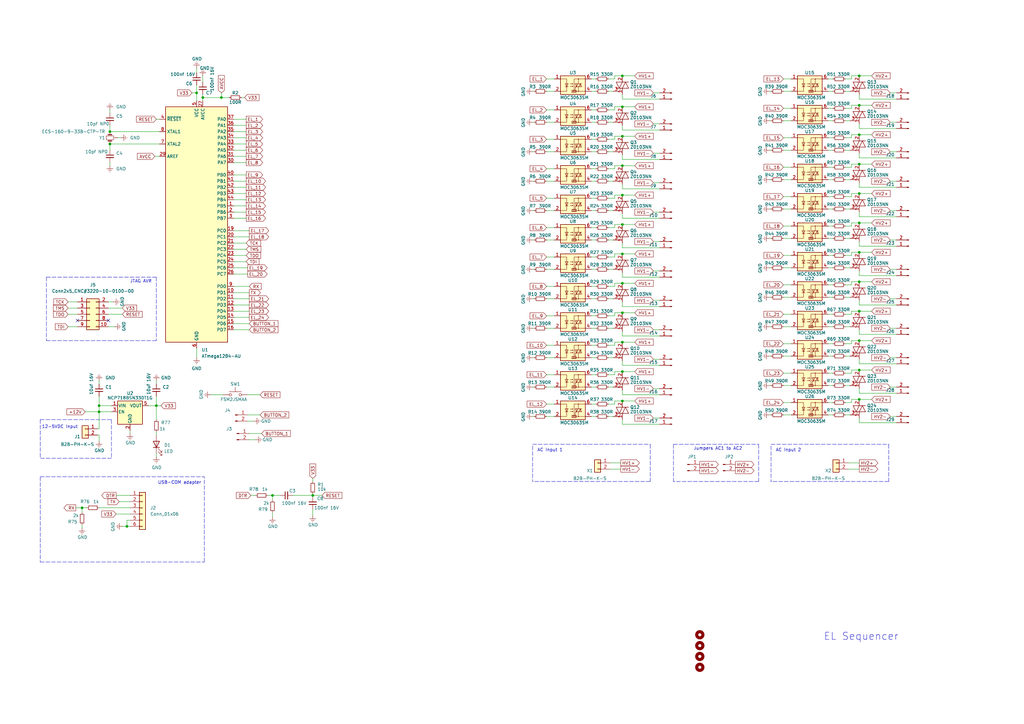
<source format=kicad_sch>
(kicad_sch (version 20211123) (generator eeschema)
  (paper "A3")
  (title_block (title "EL Sequencer") (rev "1.0") (company "4RTech"))
  (junction (at 255.27 164.465))
  (junction (at 352.425 91.44))
  (junction (at 352.425 163.83))
  (junction (at 255.27 140.335))
  (junction (at 352.425 55.245))
  (junction (at 255.27 80.01))
  (junction (at 45.085 53.975))
  (junction (at 255.27 128.27))
  (junction (at 352.425 151.765))
  (junction (at 83.185 40.005))
  (junction (at 40.64 168.91))
  (junction (at 33.655 208.28))
  (junction (at 90.805 40.005))
  (junction (at 255.27 104.14))
  (junction (at 352.425 127.635))
  (junction (at 352.425 31.115))
  (junction (at 111.76 203.2))
  (junction (at 255.27 31.115))
  (junction (at 352.425 43.18))
  (junction (at 45.085 59.055))
  (junction (at 52.07 215.9))
  (junction (at 64.135 166.37))
  (junction (at 255.27 92.075))
  (junction (at 352.425 115.57))
  (junction (at 255.27 43.815))
  (junction (at 255.27 67.945))
  (junction (at 128.27 203.2))
  (junction (at 255.27 55.88))
  (junction (at 352.425 67.31))
  (junction (at 352.425 139.7))
  (junction (at 352.425 103.505))
  (junction (at 80.645 38.1))
  (junction (at 255.27 116.205))
  (junction (at 352.425 79.375))
  (junction (at 255.27 152.4))
  (junction (at 40.64 166.37))
  (no_connect (at 31.75 131.445))
  (no_connect (at 44.45 131.445))
  (wire (pts (xy 349.25 140.97) (xy 349.25 139.7)))
  (polyline (pts (xy 311.15 197.485) (xy 276.225 197.485)))
  (wire (pts (xy 255.27 75.565) (xy 255.27 77.47)))
  (wire (pts (xy 315.595 61.595) (xy 316.23 61.595)))
  (wire (pts (xy 352.425 127.635) (xy 357.505 127.635)))
  (wire (pts (xy 255.27 111.76) (xy 255.27 113.665)))
  (wire (pts (xy 352.425 111.125) (xy 352.425 113.03)))
  (polyline (pts (xy 316.23 182.88) (xy 316.23 197.485)))
  (wire (pts (xy 45.085 53.975) (xy 65.405 53.975)))
  (wire (pts (xy 346.71 80.645) (xy 349.25 80.645)))
  (wire (pts (xy 346.71 73.66) (xy 348.615 73.66)))
  (wire (pts (xy 339.725 158.115) (xy 341.63 158.115)))
  (wire (pts (xy 255.27 140.335) (xy 260.35 140.335)))
  (wire (pts (xy 321.31 165.1) (xy 324.485 165.1)))
  (wire (pts (xy 95.885 122.555) (xy 102.235 122.555)))
  (wire (pts (xy 346.71 37.465) (xy 348.615 37.465)))
  (wire (pts (xy 40.005 175.895) (xy 40.64 175.895)))
  (wire (pts (xy 255.27 173.99) (xy 270.51 173.99)))
  (wire (pts (xy 255.27 161.925) (xy 270.51 161.925)))
  (wire (pts (xy 60.96 166.37) (xy 64.135 166.37)))
  (wire (pts (xy 95.885 81.915) (xy 100.965 81.915)))
  (wire (pts (xy 349.25 79.375) (xy 352.425 79.375)))
  (wire (pts (xy 339.725 133.985) (xy 341.63 133.985)))
  (wire (pts (xy 101.6 170.18) (xy 106.68 170.18)))
  (wire (pts (xy 95.885 84.455) (xy 100.965 84.455)))
  (wire (pts (xy 365.125 134.62) (xy 367.665 134.62)))
  (wire (pts (xy 339.725 73.66) (xy 341.63 73.66)))
  (wire (pts (xy 346.71 92.71) (xy 349.25 92.71)))
  (wire (pts (xy 365.125 74.295) (xy 367.665 74.295)))
  (wire (pts (xy 218.44 134.62) (xy 219.075 134.62)))
  (wire (pts (xy 352.425 40.64) (xy 367.665 40.64)))
  (wire (pts (xy 249.555 81.28) (xy 252.095 81.28)))
  (wire (pts (xy 365.125 170.815) (xy 367.665 170.815)))
  (wire (pts (xy 242.57 74.295) (xy 244.475 74.295)))
  (wire (pts (xy 95.885 66.675) (xy 100.965 66.675)))
  (wire (pts (xy 352.425 88.9) (xy 367.665 88.9)))
  (wire (pts (xy 224.155 134.62) (xy 227.33 134.62)))
  (wire (pts (xy 249.555 117.475) (xy 252.095 117.475)))
  (wire (pts (xy 102.87 203.2) (xy 104.775 203.2)))
  (wire (pts (xy 224.155 141.605) (xy 227.33 141.605)))
  (wire (pts (xy 83.185 38.735) (xy 83.185 40.005)))
  (wire (pts (xy 64.135 166.37) (xy 64.135 162.56)))
  (wire (pts (xy 252.095 80.01) (xy 255.27 80.01)))
  (wire (pts (xy 252.095 117.475) (xy 252.095 116.205)))
  (wire (pts (xy 128.27 203.2) (xy 128.27 203.835)))
  (polyline (pts (xy 19.05 113.665) (xy 19.05 139.7)))
  (wire (pts (xy 321.31 68.58) (xy 324.485 68.58)))
  (wire (pts (xy 95.885 120.015) (xy 102.235 120.015)))
  (wire (pts (xy 48.26 56.515) (xy 49.53 56.515)))
  (wire (pts (xy 255.27 152.4) (xy 260.35 152.4)))
  (wire (pts (xy 249.555 165.735) (xy 252.095 165.735)))
  (wire (pts (xy 224.155 146.685) (xy 227.33 146.685)))
  (wire (pts (xy 102.235 177.8) (xy 107.315 177.8)))
  (wire (pts (xy 321.31 97.79) (xy 324.485 97.79)))
  (wire (pts (xy 252.095 164.465) (xy 255.27 164.465)))
  (wire (pts (xy 352.425 135.255) (xy 352.425 137.16)))
  (wire (pts (xy 352.425 123.19) (xy 352.425 125.095)))
  (wire (pts (xy 45.085 59.055) (xy 45.085 61.595)))
  (polyline (pts (xy 364.49 182.245) (xy 364.49 197.485)))
  (wire (pts (xy 255.27 160.02) (xy 255.27 161.925)))
  (polyline (pts (xy 45.72 172.085) (xy 45.72 187.96)))
  (wire (pts (xy 40.005 178.435) (xy 40.64 178.435)))
  (wire (pts (xy 40.64 156.21) (xy 40.64 157.48)))
  (polyline (pts (xy 266.7 182.245) (xy 266.7 197.485)))
  (polyline (pts (xy 266.7 197.485) (xy 218.44 197.485)))
  (wire (pts (xy 315.595 37.465) (xy 316.23 37.465)))
  (wire (pts (xy 90.805 38.1) (xy 90.805 40.005)))
  (wire (pts (xy 315.595 49.53) (xy 316.23 49.53)))
  (wire (pts (xy 346.71 158.115) (xy 348.615 158.115)))
  (wire (pts (xy 321.31 146.05) (xy 324.485 146.05)))
  (wire (pts (xy 27.94 123.825) (xy 31.75 123.825)))
  (wire (pts (xy 40.64 208.28) (xy 53.34 208.28)))
  (wire (pts (xy 255.27 172.085) (xy 255.27 173.99)))
  (wire (pts (xy 95.885 94.615) (xy 102.235 94.615)))
  (wire (pts (xy 255.27 135.89) (xy 255.27 137.795)))
  (wire (pts (xy 95.885 56.515) (xy 100.965 56.515)))
  (wire (pts (xy 267.97 86.995) (xy 270.51 86.995)))
  (wire (pts (xy 45.085 66.675) (xy 45.085 67.945)))
  (wire (pts (xy 352.425 50.8) (xy 352.425 52.705)))
  (wire (pts (xy 352.425 113.03) (xy 367.665 113.03)))
  (wire (pts (xy 346.71 109.855) (xy 348.615 109.855)))
  (wire (pts (xy 224.155 153.67) (xy 227.33 153.67)))
  (wire (pts (xy 249.555 37.465) (xy 251.46 37.465)))
  (wire (pts (xy 224.155 122.555) (xy 227.33 122.555)))
  (wire (pts (xy 349.25 91.44) (xy 352.425 91.44)))
  (wire (pts (xy 255.27 113.665) (xy 270.51 113.665)))
  (wire (pts (xy 128.27 202.565) (xy 128.27 203.2)))
  (wire (pts (xy 255.27 63.5) (xy 255.27 65.405)))
  (wire (pts (xy 352.425 86.995) (xy 352.425 88.9)))
  (wire (pts (xy 352.425 151.765) (xy 357.505 151.765)))
  (wire (pts (xy 27.94 126.365) (xy 31.75 126.365)))
  (wire (pts (xy 109.855 203.2) (xy 111.76 203.2)))
  (wire (pts (xy 252.095 141.605) (xy 252.095 140.335)))
  (wire (pts (xy 33.655 215.265) (xy 33.655 216.535)))
  (wire (pts (xy 255.27 67.945) (xy 260.35 67.945)))
  (wire (pts (xy 255.27 89.535) (xy 270.51 89.535)))
  (wire (pts (xy 95.885 112.395) (xy 101.6 112.395)))
  (wire (pts (xy 242.57 37.465) (xy 244.475 37.465)))
  (wire (pts (xy 242.57 81.28) (xy 244.475 81.28)))
  (wire (pts (xy 349.25 56.515) (xy 349.25 55.245)))
  (wire (pts (xy 242.57 141.605) (xy 244.475 141.605)))
  (wire (pts (xy 352.425 38.735) (xy 352.425 40.64)))
  (wire (pts (xy 267.97 99.06) (xy 270.51 99.06)))
  (wire (pts (xy 95.885 130.175) (xy 102.235 130.175)))
  (wire (pts (xy 40.64 175.895) (xy 40.64 168.91)))
  (wire (pts (xy 315.595 109.855) (xy 316.23 109.855)))
  (wire (pts (xy 95.885 53.975) (xy 100.965 53.975)))
  (wire (pts (xy 249.555 122.555) (xy 251.46 122.555)))
  (wire (pts (xy 242.57 117.475) (xy 244.475 117.475)))
  (wire (pts (xy 218.44 98.425) (xy 219.075 98.425)))
  (wire (pts (xy 242.57 57.15) (xy 244.475 57.15)))
  (wire (pts (xy 349.25 163.83) (xy 352.425 163.83)))
  (wire (pts (xy 83.185 31.115) (xy 83.185 33.655)))
  (wire (pts (xy 267.97 74.93) (xy 270.51 74.93)))
  (wire (pts (xy 249.555 141.605) (xy 252.095 141.605)))
  (wire (pts (xy 347.98 189.865) (xy 352.425 189.865)))
  (polyline (pts (xy 64.135 139.7) (xy 19.05 139.7)))
  (wire (pts (xy 365.125 50.165) (xy 367.665 50.165)))
  (wire (pts (xy 321.31 73.66) (xy 324.485 73.66)))
  (wire (pts (xy 267.97 62.865) (xy 270.51 62.865)))
  (wire (pts (xy 339.725 61.595) (xy 341.63 61.595)))
  (wire (pts (xy 252.095 81.28) (xy 252.095 80.01)))
  (wire (pts (xy 252.095 140.335) (xy 255.27 140.335)))
  (wire (pts (xy 224.155 158.75) (xy 227.33 158.75)))
  (wire (pts (xy 255.27 137.795) (xy 270.51 137.795)))
  (wire (pts (xy 339.725 80.645) (xy 341.63 80.645)))
  (wire (pts (xy 249.555 74.295) (xy 251.46 74.295)))
  (wire (pts (xy 349.25 104.775) (xy 349.25 103.505)))
  (wire (pts (xy 80.645 34.925) (xy 80.645 38.1)))
  (wire (pts (xy 249.555 110.49) (xy 251.46 110.49)))
  (wire (pts (xy 99.06 40.005) (xy 100.33 40.005)))
  (wire (pts (xy 352.425 173.355) (xy 367.665 173.355)))
  (wire (pts (xy 315.595 146.05) (xy 316.23 146.05)))
  (wire (pts (xy 224.155 62.23) (xy 227.33 62.23)))
  (wire (pts (xy 249.555 105.41) (xy 252.095 105.41)))
  (polyline (pts (xy 45.72 187.96) (xy 16.51 187.96)))
  (wire (pts (xy 352.425 125.095) (xy 367.665 125.095)))
  (wire (pts (xy 352.425 100.965) (xy 367.665 100.965)))
  (wire (pts (xy 111.76 210.185) (xy 111.76 212.09)))
  (wire (pts (xy 64.135 166.37) (xy 64.135 172.085)))
  (wire (pts (xy 249.555 134.62) (xy 251.46 134.62)))
  (wire (pts (xy 249.555 69.215) (xy 252.095 69.215)))
  (wire (pts (xy 252.095 152.4) (xy 255.27 152.4)))
  (wire (pts (xy 53.34 176.53) (xy 53.34 177.8)))
  (wire (pts (xy 45.085 45.085) (xy 45.085 46.355)))
  (wire (pts (xy 33.655 208.28) (xy 33.655 210.185)))
  (wire (pts (xy 321.31 80.645) (xy 324.485 80.645)))
  (wire (pts (xy 224.155 50.165) (xy 227.33 50.165)))
  (wire (pts (xy 242.57 158.75) (xy 244.475 158.75)))
  (wire (pts (xy 255.27 80.01) (xy 260.35 80.01)))
  (wire (pts (xy 352.425 139.7) (xy 357.505 139.7)))
  (wire (pts (xy 349.25 139.7) (xy 352.425 139.7)))
  (wire (pts (xy 252.095 129.54) (xy 252.095 128.27)))
  (wire (pts (xy 34.925 168.91) (xy 40.64 168.91)))
  (wire (pts (xy 106.68 161.925) (xy 101.6 161.925)))
  (wire (pts (xy 128.27 208.915) (xy 128.27 211.455)))
  (wire (pts (xy 252.095 31.115) (xy 255.27 31.115)))
  (wire (pts (xy 321.31 109.855) (xy 324.485 109.855)))
  (wire (pts (xy 346.71 133.985) (xy 348.615 133.985)))
  (wire (pts (xy 95.885 64.135) (xy 100.965 64.135)))
  (wire (pts (xy 346.71 165.1) (xy 349.25 165.1)))
  (wire (pts (xy 249.555 129.54) (xy 252.095 129.54)))
  (wire (pts (xy 346.71 68.58) (xy 349.25 68.58)))
  (wire (pts (xy 90.805 40.005) (xy 93.98 40.005)))
  (wire (pts (xy 95.885 89.535) (xy 100.965 89.535)))
  (wire (pts (xy 349.25 68.58) (xy 349.25 67.31)))
  (wire (pts (xy 64.135 156.21) (xy 64.135 157.48)))
  (wire (pts (xy 47.625 210.82) (xy 53.34 210.82)))
  (wire (pts (xy 346.71 61.595) (xy 348.615 61.595)))
  (wire (pts (xy 352.425 115.57) (xy 357.505 115.57)))
  (wire (pts (xy 267.97 123.19) (xy 270.51 123.19)))
  (wire (pts (xy 352.425 67.31) (xy 357.505 67.31)))
  (wire (pts (xy 321.31 92.71) (xy 324.485 92.71)))
  (wire (pts (xy 95.885 135.255) (xy 102.235 135.255)))
  (wire (pts (xy 252.095 165.735) (xy 252.095 164.465)))
  (wire (pts (xy 349.25 31.115) (xy 352.425 31.115)))
  (wire (pts (xy 242.57 62.23) (xy 244.475 62.23)))
  (wire (pts (xy 255.27 147.955) (xy 255.27 149.86)))
  (wire (pts (xy 321.31 85.725) (xy 324.485 85.725)))
  (wire (pts (xy 242.57 50.165) (xy 244.475 50.165)))
  (wire (pts (xy 339.725 104.775) (xy 341.63 104.775)))
  (polyline (pts (xy 16.51 172.085) (xy 16.51 187.96)))
  (wire (pts (xy 321.31 116.84) (xy 324.485 116.84)))
  (polyline (pts (xy 16.51 195.58) (xy 83.82 195.58)))
  (wire (pts (xy 267.97 50.8) (xy 270.51 50.8)))
  (wire (pts (xy 315.595 133.985) (xy 316.23 133.985)))
  (wire (pts (xy 365.125 38.1) (xy 367.665 38.1)))
  (wire (pts (xy 352.425 43.18) (xy 357.505 43.18)))
  (wire (pts (xy 346.71 85.725) (xy 348.615 85.725)))
  (wire (pts (xy 111.76 203.2) (xy 114.935 203.2)))
  (wire (pts (xy 349.25 127.635) (xy 352.425 127.635)))
  (wire (pts (xy 352.425 31.115) (xy 357.505 31.115)))
  (wire (pts (xy 349.25 67.31) (xy 352.425 67.31)))
  (polyline (pts (xy 311.15 182.245) (xy 311.15 197.485)))
  (wire (pts (xy 255.27 55.88) (xy 260.35 55.88)))
  (wire (pts (xy 252.095 32.385) (xy 252.095 31.115)))
  (wire (pts (xy 255.27 125.73) (xy 270.51 125.73)))
  (wire (pts (xy 321.31 32.385) (xy 324.485 32.385)))
  (wire (pts (xy 95.885 51.435) (xy 100.965 51.435)))
  (wire (pts (xy 95.885 97.155) (xy 102.235 97.155)))
  (wire (pts (xy 321.31 128.905) (xy 324.485 128.905)))
  (wire (pts (xy 53.34 213.36) (xy 52.07 213.36)))
  (wire (pts (xy 339.725 128.905) (xy 341.63 128.905)))
  (wire (pts (xy 95.885 76.835) (xy 100.965 76.835)))
  (wire (pts (xy 252.095 104.14) (xy 255.27 104.14)))
  (wire (pts (xy 321.31 37.465) (xy 324.485 37.465)))
  (wire (pts (xy 252.095 93.345) (xy 252.095 92.075)))
  (wire (pts (xy 120.015 203.2) (xy 128.27 203.2)))
  (wire (pts (xy 95.885 74.295) (xy 100.965 74.295)))
  (wire (pts (xy 255.27 38.735) (xy 255.27 40.64)))
  (wire (pts (xy 83.185 40.005) (xy 83.185 41.275)))
  (wire (pts (xy 252.095 105.41) (xy 252.095 104.14)))
  (wire (pts (xy 352.425 74.93) (xy 352.425 76.835)))
  (wire (pts (xy 224.155 69.215) (xy 227.33 69.215)))
  (wire (pts (xy 255.27 53.34) (xy 270.51 53.34)))
  (wire (pts (xy 315.595 97.79) (xy 316.23 97.79)))
  (wire (pts (xy 249.555 86.36) (xy 251.46 86.36)))
  (wire (pts (xy 40.64 166.37) (xy 45.72 166.37)))
  (wire (pts (xy 321.31 170.18) (xy 324.485 170.18)))
  (wire (pts (xy 365.125 158.75) (xy 367.665 158.75)))
  (wire (pts (xy 80.645 38.1) (xy 80.645 41.275)))
  (wire (pts (xy 352.425 52.705) (xy 367.665 52.705)))
  (wire (pts (xy 255.27 128.27) (xy 260.35 128.27)))
  (polyline (pts (xy 316.23 182.245) (xy 364.49 182.245)))
  (wire (pts (xy 349.25 80.645) (xy 349.25 79.375)))
  (wire (pts (xy 44.45 133.985) (xy 46.99 133.985)))
  (wire (pts (xy 224.155 170.815) (xy 227.33 170.815)))
  (wire (pts (xy 267.97 111.125) (xy 270.51 111.125)))
  (wire (pts (xy 242.57 98.425) (xy 244.475 98.425)))
  (wire (pts (xy 339.725 97.79) (xy 341.63 97.79)))
  (wire (pts (xy 349.25 165.1) (xy 349.25 163.83)))
  (wire (pts (xy 346.71 170.18) (xy 348.615 170.18)))
  (wire (pts (xy 346.71 56.515) (xy 349.25 56.515)))
  (wire (pts (xy 255.27 87.63) (xy 255.27 89.535)))
  (wire (pts (xy 83.185 40.005) (xy 90.805 40.005)))
  (wire (pts (xy 242.57 45.085) (xy 244.475 45.085)))
  (wire (pts (xy 267.97 147.32) (xy 270.51 147.32)))
  (wire (pts (xy 321.31 49.53) (xy 324.485 49.53)))
  (wire (pts (xy 95.885 125.095) (xy 102.235 125.095)))
  (wire (pts (xy 267.97 159.385) (xy 270.51 159.385)))
  (polyline (pts (xy 218.44 182.245) (xy 266.7 182.245)))
  (wire (pts (xy 52.07 215.9) (xy 53.34 215.9)))
  (polyline (pts (xy 19.05 113.665) (xy 64.135 113.665)))
  (wire (pts (xy 349.25 128.905) (xy 349.25 127.635)))
  (wire (pts (xy 255.27 51.435) (xy 255.27 53.34)))
  (wire (pts (xy 27.94 128.905) (xy 31.75 128.905)))
  (wire (pts (xy 255.27 40.64) (xy 270.51 40.64)))
  (wire (pts (xy 252.095 153.67) (xy 252.095 152.4)))
  (wire (pts (xy 339.725 146.05) (xy 341.63 146.05)))
  (wire (pts (xy 249.555 45.085) (xy 252.095 45.085)))
  (wire (pts (xy 352.425 91.44) (xy 357.505 91.44)))
  (wire (pts (xy 111.76 203.2) (xy 111.76 205.105)))
  (wire (pts (xy 27.94 133.985) (xy 31.75 133.985)))
  (wire (pts (xy 242.57 165.735) (xy 244.475 165.735)))
  (wire (pts (xy 339.725 56.515) (xy 341.63 56.515)))
  (wire (pts (xy 315.595 121.92) (xy 316.23 121.92)))
  (wire (pts (xy 63.5 64.135) (xy 65.405 64.135)))
  (wire (pts (xy 242.57 153.67) (xy 244.475 153.67)))
  (polyline (pts (xy 276.225 182.245) (xy 311.15 182.245)))
  (wire (pts (xy 315.595 85.725) (xy 316.23 85.725)))
  (wire (pts (xy 339.725 109.855) (xy 341.63 109.855)))
  (wire (pts (xy 255.27 65.405) (xy 270.51 65.405)))
  (wire (pts (xy 224.155 117.475) (xy 227.33 117.475)))
  (wire (pts (xy 352.425 76.835) (xy 367.665 76.835)))
  (wire (pts (xy 64.135 166.37) (xy 66.04 166.37)))
  (wire (pts (xy 224.155 37.465) (xy 227.33 37.465)))
  (wire (pts (xy 321.31 153.035) (xy 324.485 153.035)))
  (wire (pts (xy 44.45 126.365) (xy 50.165 126.365)))
  (wire (pts (xy 365.125 98.425) (xy 367.665 98.425)))
  (wire (pts (xy 218.44 86.36) (xy 219.075 86.36)))
  (polyline (pts (xy 83.82 230.505) (xy 83.82 195.58)))
  (wire (pts (xy 339.725 116.84) (xy 341.63 116.84)))
  (wire (pts (xy 252.095 67.945) (xy 255.27 67.945)))
  (wire (pts (xy 255.27 123.825) (xy 255.27 125.73)))
  (wire (pts (xy 31.115 208.28) (xy 33.655 208.28)))
  (wire (pts (xy 242.57 93.345) (xy 244.475 93.345)))
  (wire (pts (xy 64.135 186.055) (xy 64.135 187.325)))
  (wire (pts (xy 255.27 31.115) (xy 260.35 31.115)))
  (wire (pts (xy 352.425 163.83) (xy 357.505 163.83)))
  (wire (pts (xy 339.725 37.465) (xy 341.63 37.465)))
  (wire (pts (xy 255.27 77.47) (xy 270.51 77.47)))
  (wire (pts (xy 242.57 110.49) (xy 244.475 110.49)))
  (wire (pts (xy 242.57 146.685) (xy 244.475 146.685)))
  (wire (pts (xy 339.725 153.035) (xy 341.63 153.035)))
  (wire (pts (xy 349.25 103.505) (xy 352.425 103.505)))
  (wire (pts (xy 349.25 115.57) (xy 352.425 115.57)))
  (wire (pts (xy 346.71 116.84) (xy 349.25 116.84)))
  (wire (pts (xy 321.31 56.515) (xy 324.485 56.515)))
  (wire (pts (xy 218.44 122.555) (xy 219.075 122.555)))
  (wire (pts (xy 95.885 59.055) (xy 100.965 59.055)))
  (wire (pts (xy 315.595 158.115) (xy 316.23 158.115)))
  (wire (pts (xy 78.74 38.1) (xy 80.645 38.1)))
  (wire (pts (xy 352.425 159.385) (xy 352.425 161.29)))
  (wire (pts (xy 95.885 109.855) (xy 101.6 109.855)))
  (wire (pts (xy 352.425 137.16) (xy 367.665 137.16)))
  (wire (pts (xy 40.64 168.91) (xy 40.64 166.37)))
  (wire (pts (xy 252.095 116.205) (xy 255.27 116.205)))
  (wire (pts (xy 95.885 107.315) (xy 100.965 107.315)))
  (wire (pts (xy 224.155 45.085) (xy 227.33 45.085)))
  (wire (pts (xy 255.27 101.6) (xy 270.51 101.6)))
  (wire (pts (xy 255.27 164.465) (xy 260.35 164.465)))
  (wire (pts (xy 242.57 170.815) (xy 244.475 170.815)))
  (wire (pts (xy 352.425 147.32) (xy 352.425 149.225)))
  (wire (pts (xy 250.19 192.405) (xy 254.635 192.405)))
  (wire (pts (xy 321.31 158.115) (xy 324.485 158.115)))
  (wire (pts (xy 250.19 189.865) (xy 254.635 189.865)))
  (wire (pts (xy 346.71 140.97) (xy 349.25 140.97)))
  (wire (pts (xy 218.44 170.815) (xy 219.075 170.815)))
  (wire (pts (xy 365.125 122.555) (xy 367.665 122.555)))
  (wire (pts (xy 321.31 121.92) (xy 324.485 121.92)))
  (wire (pts (xy 349.25 43.18) (xy 352.425 43.18)))
  (wire (pts (xy 315.595 170.18) (xy 316.23 170.18)))
  (wire (pts (xy 224.155 110.49) (xy 227.33 110.49)))
  (wire (pts (xy 339.725 44.45) (xy 341.63 44.45)))
  (wire (pts (xy 352.425 64.77) (xy 367.665 64.77)))
  (wire (pts (xy 255.27 149.86) (xy 270.51 149.86)))
  (wire (pts (xy 224.155 105.41) (xy 227.33 105.41)))
  (wire (pts (xy 249.555 32.385) (xy 252.095 32.385)))
  (wire (pts (xy 352.425 62.865) (xy 352.425 64.77)))
  (wire (pts (xy 218.44 146.685) (xy 219.075 146.685)))
  (wire (pts (xy 224.155 86.36) (xy 227.33 86.36)))
  (wire (pts (xy 346.71 32.385) (xy 349.25 32.385)))
  (wire (pts (xy 249.555 153.67) (xy 252.095 153.67)))
  (wire (pts (xy 224.155 32.385) (xy 227.33 32.385)))
  (wire (pts (xy 218.44 110.49) (xy 219.075 110.49)))
  (wire (pts (xy 347.98 192.405) (xy 352.425 192.405)))
  (wire (pts (xy 45.085 51.435) (xy 45.085 53.975)))
  (polyline (pts (xy 64.135 113.665) (xy 64.135 139.7)))
  (polyline (pts (xy 276.225 182.245) (xy 276.225 197.485)))
  (wire (pts (xy 95.885 117.475) (xy 102.235 117.475)))
  (wire (pts (xy 255.27 104.14) (xy 260.35 104.14)))
  (wire (pts (xy 128.27 203.2) (xy 132.08 203.2)))
  (wire (pts (xy 255.27 43.815) (xy 260.35 43.815)))
  (wire (pts (xy 349.25 153.035) (xy 349.25 151.765)))
  (wire (pts (xy 267.97 171.45) (xy 270.51 171.45)))
  (wire (pts (xy 352.425 99.06) (xy 352.425 100.965)))
  (wire (pts (xy 339.725 165.1) (xy 341.63 165.1)))
  (wire (pts (xy 224.155 93.345) (xy 227.33 93.345)))
  (wire (pts (xy 346.71 153.035) (xy 349.25 153.035)))
  (wire (pts (xy 339.725 121.92) (xy 341.63 121.92)))
  (wire (pts (xy 91.44 161.925) (xy 86.36 161.925)))
  (wire (pts (xy 365.125 110.49) (xy 367.665 110.49)))
  (wire (pts (xy 218.44 50.165) (xy 219.075 50.165)))
  (wire (pts (xy 352.425 103.505) (xy 357.505 103.505)))
  (wire (pts (xy 224.155 165.735) (xy 227.33 165.735)))
  (wire (pts (xy 249.555 62.23) (xy 251.46 62.23)))
  (wire (pts (xy 339.725 32.385) (xy 341.63 32.385)))
  (wire (pts (xy 95.885 86.995) (xy 100.965 86.995)))
  (wire (pts (xy 252.095 57.15) (xy 252.095 55.88)))
  (wire (pts (xy 321.31 104.775) (xy 324.485 104.775)))
  (wire (pts (xy 315.595 73.66) (xy 316.23 73.66)))
  (wire (pts (xy 352.425 171.45) (xy 352.425 173.355)))
  (wire (pts (xy 95.885 61.595) (xy 100.965 61.595)))
  (wire (pts (xy 64.135 177.165) (xy 64.135 178.435)))
  (wire (pts (xy 339.725 68.58) (xy 341.63 68.58)))
  (wire (pts (xy 249.555 170.815) (xy 251.46 170.815)))
  (wire (pts (xy 252.095 43.815) (xy 255.27 43.815)))
  (wire (pts (xy 321.31 44.45) (xy 324.485 44.45)))
  (wire (pts (xy 242.57 69.215) (xy 244.475 69.215)))
  (wire (pts (xy 249.555 93.345) (xy 252.095 93.345)))
  (wire (pts (xy 44.45 123.825) (xy 46.355 123.825)))
  (wire (pts (xy 45.085 59.055) (xy 65.405 59.055)))
  (polyline (pts (xy 16.51 195.58) (xy 16.51 230.505)))
  (wire (pts (xy 95.885 99.695) (xy 100.965 99.695)))
  (wire (pts (xy 321.31 61.595) (xy 324.485 61.595)))
  (wire (pts (xy 346.71 121.92) (xy 348.615 121.92)))
  (polyline (pts (xy 16.51 172.085) (xy 45.72 172.085)))
  (wire (pts (xy 95.885 71.755) (xy 100.965 71.755)))
  (wire (pts (xy 339.725 92.71) (xy 341.63 92.71)))
  (wire (pts (xy 352.425 55.245) (xy 357.505 55.245)))
  (wire (pts (xy 95.885 132.715) (xy 102.235 132.715)))
  (wire (pts (xy 349.25 151.765) (xy 352.425 151.765)))
  (polyline (pts (xy 364.49 197.485) (xy 316.23 197.485)))
  (polyline (pts (xy 16.51 230.505) (xy 83.82 230.505)))
  (wire (pts (xy 242.57 32.385) (xy 244.475 32.385)))
  (wire (pts (xy 33.655 208.28) (xy 35.56 208.28)))
  (wire (pts (xy 349.25 32.385) (xy 349.25 31.115)))
  (wire (pts (xy 252.095 55.88) (xy 255.27 55.88)))
  (wire (pts (xy 95.885 127.635) (xy 102.235 127.635)))
  (wire (pts (xy 101.6 172.72) (xy 104.14 172.72)))
  (wire (pts (xy 339.725 140.97) (xy 341.63 140.97)))
  (wire (pts (xy 242.57 105.41) (xy 244.475 105.41)))
  (wire (pts (xy 346.71 104.775) (xy 349.25 104.775)))
  (wire (pts (xy 95.885 48.895) (xy 100.965 48.895)))
  (wire (pts (xy 64.135 48.895) (xy 65.405 48.895)))
  (wire (pts (xy 365.125 86.36) (xy 367.665 86.36)))
  (wire (pts (xy 224.155 74.295) (xy 227.33 74.295)))
  (wire (pts (xy 255.27 92.075) (xy 260.35 92.075)))
  (wire (pts (xy 224.155 129.54) (xy 227.33 129.54)))
  (wire (pts (xy 255.27 99.695) (xy 255.27 101.6)))
  (wire (pts (xy 218.44 158.75) (xy 219.075 158.75)))
  (wire (pts (xy 252.095 128.27) (xy 255.27 128.27)))
  (wire (pts (xy 255.27 116.205) (xy 260.35 116.205)))
  (wire (pts (xy 80.645 27.94) (xy 80.645 29.845)))
  (wire (pts (xy 102.235 180.34) (xy 104.775 180.34)))
  (wire (pts (xy 346.71 97.79) (xy 348.615 97.79)))
  (wire (pts (xy 48.895 205.74) (xy 53.34 205.74)))
  (wire (pts (xy 95.885 79.375) (xy 100.965 79.375)))
  (wire (pts (xy 346.71 146.05) (xy 348.615 146.05)))
  (wire (pts (xy 252.095 45.085) (xy 252.095 43.815)))
  (wire (pts (xy 95.885 104.775) (xy 100.965 104.775)))
  (wire (pts (xy 128.27 196.215) (xy 128.27 197.485)))
  (wire (pts (xy 218.44 62.23) (xy 219.075 62.23)))
  (wire (pts (xy 252.095 92.075) (xy 255.27 92.075)))
  (wire (pts (xy 365.125 62.23) (xy 367.665 62.23)))
  (wire (pts (xy 267.97 135.255) (xy 270.51 135.255)))
  (wire (pts (xy 352.425 161.29) (xy 367.665 161.29)))
  (wire (pts (xy 249.555 57.15) (xy 252.095 57.15)))
  (wire (pts (xy 349.25 92.71) (xy 349.25 91.44)))
  (wire (pts (xy 321.31 133.985) (xy 324.485 133.985)))
  (wire (pts (xy 349.25 116.84) (xy 349.25 115.57)))
  (wire (pts (xy 224.155 98.425) (xy 227.33 98.425)))
  (wire (pts (xy 40.64 178.435) (xy 40.64 180.975)))
  (wire (pts (xy 346.71 49.53) (xy 348.615 49.53)))
  (wire (pts (xy 252.095 69.215) (xy 252.095 67.945)))
  (wire (pts (xy 365.125 146.685) (xy 367.665 146.685)))
  (wire (pts (xy 80.645 142.875) (xy 80.645 146.685)))
  (wire (pts (xy 224.155 81.28) (xy 227.33 81.28)))
  (wire (pts (xy 339.725 170.18) (xy 341.63 170.18)))
  (wire (pts (xy 242.57 86.36) (xy 244.475 86.36)))
  (wire (pts (xy 267.97 38.1) (xy 270.51 38.1)))
  (wire (pts (xy 349.25 55.245) (xy 352.425 55.245)))
  (wire (pts (xy 249.555 50.165) (xy 251.46 50.165)))
  (wire (pts (xy 44.45 128.905) (xy 50.165 128.905)))
  (wire (pts (xy 242.57 129.54) (xy 244.475 129.54)))
  (wire (pts (xy 321.31 140.97) (xy 324.485 140.97)))
  (wire (pts (xy 40.64 162.56) (xy 40.64 166.37)))
  (polyline (pts (xy 218.44 182.88) (xy 218.44 197.485)))
  (wire (pts (xy 218.44 37.465) (xy 219.075 37.465)))
  (wire (pts (xy 346.71 44.45) (xy 349.25 44.45)))
  (wire (pts (xy 339.725 85.725) (xy 341.63 85.725)))
  (wire (pts (xy 218.44 74.295) (xy 219.075 74.295)))
  (wire (pts (xy 339.725 49.53) (xy 341.63 49.53)))
  (wire (pts (xy 52.07 213.36) (xy 52.07 215.9)))
  (wire (pts (xy 249.555 158.75) (xy 251.46 158.75)))
  (wire (pts (xy 50.165 215.9) (xy 52.07 215.9)))
  (wire (pts (xy 346.71 128.905) (xy 349.25 128.905)))
  (wire (pts (xy 249.555 98.425) (xy 251.46 98.425)))
  (wire (pts (xy 47.625 203.2) (xy 53.34 203.2)))
  (wire (pts (xy 242.57 134.62) (xy 244.475 134.62)))
  (wire (pts (xy 242.57 122.555) (xy 244.475 122.555)))
  (wire (pts (xy 224.155 57.15) (xy 227.33 57.15)))
  (wire (pts (xy 40.64 168.91) (xy 45.72 168.91)))
  (wire (pts (xy 352.425 149.225) (xy 367.665 149.225)))
  (wire (pts (xy 249.555 146.685) (xy 251.46 146.685)))
  (wire (pts (xy 352.425 79.375) (xy 357.505 79.375)))
  (wire (pts (xy 349.25 44.45) (xy 349.25 43.18)))
  (wire (pts (xy 95.885 102.235) (xy 100.965 102.235)))
  (text "Jumpers AC1 to AC2" (at 284.48 184.785 0) (effects (font (size 1.27 1.27)) (justify left bottom)))
  (text "12-5VDC Input" (at 17.145 175.895 0) (effects (font (size 1.27 1.27)) (justify left bottom)))
  (text "AC Input 2" (at 318.135 185.42 0) (effects (font (size 1.27 1.27)) (justify left bottom)))
  (text "EL Sequencer" (at 337.82 262.89 0) (effects (font (size 3 3)) (justify left bottom)))
  (text "JTAG AVR" (at 53.34 116.205 0) (effects (font (size 1.27 1.27)) (justify left bottom)))
  (text "USB-COM adapter" (at 64.77 198.755 0) (effects (font (size 1.27 1.27)) (justify left bottom)))
  (text "AC Input 1" (at 220.345 185.42 0) (effects (font (size 1.27 1.27)) (justify left bottom)))
  (global_label "EL_15" (shape output) (at 100.965 86.995 0) (property "Intersheet References" "${INTERSHEET_REFS}" (effects hide)))
  (global_label "EL_18" (shape output) (at 102.235 97.155 0) (property "Intersheet References" "${INTERSHEET_REFS}" (effects hide)))
  (global_label "TMS" (shape input) (at 100.965 102.235 0) (property "Intersheet References" "${INTERSHEET_REFS}" (effects hide)))
  (global_label "HV2-" (shape output) (at 301.625 193.04 0) (property "Intersheet References" "${INTERSHEET_REFS}" (effects hide)))
  (global_label "EL_22" (shape output) (at 102.235 125.095 0) (property "Intersheet References" "${INTERSHEET_REFS}" (effects hide)))
  (global_label "EL_14" (shape input) (at 321.31 44.45 180) (property "Intersheet References" "${INTERSHEET_REFS}" (effects hide)))
  (global_label "EL_19" (shape output) (at 101.6 109.855 0) (property "Intersheet References" "${INTERSHEET_REFS}" (effects hide)))
  (global_label "HV2+" (shape output) (at 301.625 190.5 0) (property "Intersheet References" "${INTERSHEET_REFS}" (effects hide)))
  (global_label "HV1-" (shape input) (at 267.97 135.255 180) (property "Intersheet References" "${INTERSHEET_REFS}" (effects hide)))
  (global_label "RESET" (shape input) (at 64.135 48.895 180) (property "Intersheet References" "${INTERSHEET_REFS}" (effects hide)))
  (global_label "HV2+" (shape input) (at 357.505 79.375 0) (property "Intersheet References" "${INTERSHEET_REFS}" (effects hide)))
  (global_label "HV2-" (shape input) (at 365.125 122.555 180) (property "Intersheet References" "${INTERSHEET_REFS}" (effects hide)))
  (global_label "HV1+" (shape output) (at 254.635 189.865 0) (property "Intersheet References" "${INTERSHEET_REFS}" (effects hide)))
  (global_label "HV1+" (shape input) (at 260.35 43.815 0) (property "Intersheet References" "${INTERSHEET_REFS}" (effects hide)))
  (global_label "HV2+" (shape input) (at 357.505 151.765 0) (property "Intersheet References" "${INTERSHEET_REFS}" (effects hide)))
  (global_label "EL_12" (shape input) (at 224.155 165.735 180) (property "Intersheet References" "${INTERSHEET_REFS}" (effects hide)))
  (global_label "TCK" (shape input) (at 100.965 99.695 0) (property "Intersheet References" "${INTERSHEET_REFS}" (effects hide)))
  (global_label "HV1-" (shape input) (at 267.97 111.125 180) (property "Intersheet References" "${INTERSHEET_REFS}" (effects hide)))
  (global_label "EL_19" (shape input) (at 321.31 104.775 180) (property "Intersheet References" "${INTERSHEET_REFS}" (effects hide)))
  (global_label "EL_8" (shape input) (at 224.155 117.475 180) (property "Intersheet References" "${INTERSHEET_REFS}" (effects hide)))
  (global_label "AVCC" (shape input) (at 63.5 64.135 180) (property "Intersheet References" "${INTERSHEET_REFS}" (effects hide)))
  (global_label "EL_15" (shape input) (at 321.31 56.515 180) (property "Intersheet References" "${INTERSHEET_REFS}" (effects hide)))
  (global_label "RESET" (shape input) (at 132.08 203.2 0) (property "Intersheet References" "${INTERSHEET_REFS}" (effects hide)))
  (global_label "EL_24" (shape output) (at 102.235 130.175 0) (property "Intersheet References" "${INTERSHEET_REFS}" (effects hide)))
  (global_label "EL_1" (shape input) (at 224.155 32.385 180) (property "Intersheet References" "${INTERSHEET_REFS}" (effects hide)))
  (global_label "V33" (shape input) (at 50.165 126.365 0) (property "Intersheet References" "${INTERSHEET_REFS}" (effects hide)))
  (global_label "EL_1" (shape output) (at 100.965 48.895 0) (property "Intersheet References" "${INTERSHEET_REFS}" (effects hide)))
  (global_label "DTR" (shape output) (at 47.625 203.2 180) (property "Intersheet References" "${INTERSHEET_REFS}" (effects hide)))
  (global_label "EL_24" (shape input) (at 321.31 165.1 180) (property "Intersheet References" "${INTERSHEET_REFS}" (effects hide)))
  (global_label "EL_7" (shape input) (at 224.155 105.41 180) (property "Intersheet References" "${INTERSHEET_REFS}" (effects hide)))
  (global_label "HV1-" (shape input) (at 267.97 147.32 180) (property "Intersheet References" "${INTERSHEET_REFS}" (effects hide)))
  (global_label "HV1+" (shape input) (at 260.35 55.88 0) (property "Intersheet References" "${INTERSHEET_REFS}" (effects hide)))
  (global_label "RESET" (shape input) (at 50.165 128.905 0) (property "Intersheet References" "${INTERSHEET_REFS}" (effects hide)))
  (global_label "HV1+" (shape input) (at 260.35 104.14 0) (property "Intersheet References" "${INTERSHEET_REFS}" (effects hide)))
  (global_label "HV1+" (shape input) (at 260.35 128.27 0) (property "Intersheet References" "${INTERSHEET_REFS}" (effects hide)))
  (global_label "EL_3" (shape input) (at 224.155 57.15 180) (property "Intersheet References" "${INTERSHEET_REFS}" (effects hide)))
  (global_label "HV1-" (shape input) (at 267.97 171.45 180) (property "Intersheet References" "${INTERSHEET_REFS}" (effects hide)))
  (global_label "V33" (shape input) (at 47.625 210.82 180) (property "Intersheet References" "${INTERSHEET_REFS}" (effects hide)))
  (global_label "RX" (shape input) (at 102.235 117.475 0) (property "Intersheet References" "${INTERSHEET_REFS}" (effects hide)))
  (global_label "EL_13" (shape output) (at 100.965 81.915 0) (property "Intersheet References" "${INTERSHEET_REFS}" (effects hide)))
  (global_label "HV2-" (shape input) (at 365.125 170.815 180) (property "Intersheet References" "${INTERSHEET_REFS}" (effects hide)))
  (global_label "HV2-" (shape input) (at 365.125 134.62 180) (property "Intersheet References" "${INTERSHEET_REFS}" (effects hide)))
  (global_label "EL_20" (shape output) (at 101.6 112.395 0) (property "Intersheet References" "${INTERSHEET_REFS}" (effects hide)))
  (global_label "RX" (shape output) (at 31.115 208.28 180) (property "Intersheet References" "${INTERSHEET_REFS}" (effects hide)))
  (global_label "AVCC" (shape input) (at 90.805 38.1 90) (property "Intersheet References" "${INTERSHEET_REFS}" (effects hide)))
  (global_label "EL_5" (shape output) (at 100.965 59.055 0) (property "Intersheet References" "${INTERSHEET_REFS}" (effects hide)))
  (global_label "HV2+" (shape output) (at 352.425 189.865 0) (property "Intersheet References" "${INTERSHEET_REFS}" (effects hide)))
  (global_label "BUTTON_2" (shape input) (at 106.68 170.18 0) (property "Intersheet References" "${INTERSHEET_REFS}" (effects hide)))
  (global_label "EL_9" (shape output) (at 100.965 71.755 0) (property "Intersheet References" "${INTERSHEET_REFS}" (effects hide)))
  (global_label "EL_20" (shape input) (at 321.31 116.84 180) (property "Intersheet References" "${INTERSHEET_REFS}" (effects hide)))
  (global_label "HV1-" (shape input) (at 267.97 74.93 180) (property "Intersheet References" "${INTERSHEET_REFS}" (effects hide)))
  (global_label "HV1-" (shape output) (at 287.02 193.04 0) (property "Intersheet References" "${INTERSHEET_REFS}" (effects hide)))
  (global_label "EL_4" (shape input) (at 224.155 69.215 180) (property "Intersheet References" "${INTERSHEET_REFS}" (effects hide)))
  (global_label "HV2+" (shape input) (at 357.505 67.31 0) (property "Intersheet References" "${INTERSHEET_REFS}" (effects hide)))
  (global_label "HV1-" (shape input) (at 267.97 62.865 180) (property "Intersheet References" "${INTERSHEET_REFS}" (effects hide)))
  (global_label "BUTTON_1" (shape input) (at 102.235 132.715 0) (property "Intersheet References" "${INTERSHEET_REFS}" (effects hide)))
  (global_label "TX" (shape input) (at 48.895 205.74 180) (property "Intersheet References" "${INTERSHEET_REFS}" (effects hide)))
  (global_label "EL_13" (shape input) (at 321.31 32.385 180) (property "Intersheet References" "${INTERSHEET_REFS}" (effects hide)))
  (global_label "TDO" (shape input) (at 100.965 104.775 0) (property "Intersheet References" "${INTERSHEET_REFS}" (effects hide)))
  (global_label "V33" (shape input) (at 66.04 166.37 0) (property "Intersheet References" "${INTERSHEET_REFS}" (effects hide)))
  (global_label "HV1+" (shape input) (at 260.35 80.01 0) (property "Intersheet References" "${INTERSHEET_REFS}" (effects hide)))
  (global_label "HV1-" (shape input) (at 267.97 38.1 180) (property "Intersheet References" "${INTERSHEET_REFS}" (effects hide)))
  (global_label "HV1-" (shape input) (at 267.97 86.995 180) (property "Intersheet References" "${INTERSHEET_REFS}" (effects hide)))
  (global_label "EL_12" (shape output) (at 100.965 79.375 0) (property "Intersheet References" "${INTERSHEET_REFS}" (effects hide)))
  (global_label "HV1+" (shape input) (at 260.35 164.465 0) (property "Intersheet References" "${INTERSHEET_REFS}" (effects hide)))
  (global_label "HV1+" (shape input) (at 260.35 152.4 0) (property "Intersheet References" "${INTERSHEET_REFS}" (effects hide)))
  (global_label "+12V" (shape input) (at 34.925 168.91 180) (property "Intersheet References" "${INTERSHEET_REFS}" (effects hide)))
  (global_label "HV2-" (shape output) (at 352.425 192.405 0) (property "Intersheet References" "${INTERSHEET_REFS}" (effects hide)))
  (global_label "HV2+" (shape input) (at 357.505 55.245 0) (property "Intersheet References" "${INTERSHEET_REFS}" (effects hide)))
  (global_label "EL_16" (shape input) (at 321.31 68.58 180) (property "Intersheet References" "${INTERSHEET_REFS}" (effects hide)))
  (global_label "HV2+" (shape input) (at 357.505 43.18 0) (property "Intersheet References" "${INTERSHEET_REFS}" (effects hide)))
  (global_label "EL_2" (shape output) (at 100.965 51.435 0) (property "Intersheet References" "${INTERSHEET_REFS}" (effects hide)))
  (global_label "HV1-" (shape output) (at 254.635 192.405 0) (property "Intersheet References" "${INTERSHEET_REFS}" (effects hide)))
  (global_label "EL_10" (shape input) (at 224.155 141.605 180) (property "Intersheet References" "${INTERSHEET_REFS}" (effects hide)))
  (global_label "EL_21" (shape input) (at 321.31 128.905 180) (property "Intersheet References" "${INTERSHEET_REFS}" (effects hide)))
  (global_label "TDI" (shape input) (at 100.965 107.315 0) (property "Intersheet References" "${INTERSHEET_REFS}" (effects hide)))
  (global_label "EL_21" (shape output) (at 102.235 122.555 0) (property "Intersheet References" "${INTERSHEET_REFS}" (effects hide)))
  (global_label "HV2+" (shape input) (at 357.505 127.635 0) (property "Intersheet References" "${INTERSHEET_REFS}" (effects hide)))
  (global_label "DTR" (shape input) (at 102.87 203.2 180) (property "Intersheet References" "${INTERSHEET_REFS}" (effects hide)))
  (global_label "HV1+" (shape input) (at 260.35 92.075 0) (property "Intersheet References" "${INTERSHEET_REFS}" (effects hide)))
  (global_label "HV1+" (shape input) (at 260.35 140.335 0) (property "Intersheet References" "${INTERSHEET_REFS}" (effects hide)))
  (global_label "HV1-" (shape input) (at 267.97 99.06 180) (property "Intersheet References" "${INTERSHEET_REFS}" (effects hide)))
  (global_label "EL_23" (shape output) (at 102.235 127.635 0) (property "Intersheet References" "${INTERSHEET_REFS}" (effects hide)))
  (global_label "EL_5" (shape input) (at 224.155 81.28 180) (property "Intersheet References" "${INTERSHEET_REFS}" (effects hide)))
  (global_label "HV2-" (shape input) (at 365.125 38.1 180) (property "Intersheet References" "${INTERSHEET_REFS}" (effects hide)))
  (global_label "HV2+" (shape input) (at 357.505 115.57 0) (property "Intersheet References" "${INTERSHEET_REFS}" (effects hide)))
  (global_label "RESET" (shape input) (at 106.68 161.925 0) (property "Intersheet References" "${INTERSHEET_REFS}" (effects hide)))
  (global_label "EL_2" (shape input) (at 224.155 45.085 180) (property "Intersheet References" "${INTERSHEET_REFS}" (effects hide)))
  (global_label "HV2-" (shape input) (at 365.125 86.36 180) (property "Intersheet References" "${INTERSHEET_REFS}" (effects hide)))
  (global_label "HV2+" (shape input) (at 357.505 103.505 0) (property "Intersheet References" "${INTERSHEET_REFS}" (effects hide)))
  (global_label "EL_23" (shape input) (at 321.31 153.035 180) (property "Intersheet References" "${INTERSHEET_REFS}" (effects hide)))
  (global_label "HV2-" (shape input) (at 365.125 50.165 180) (property "Intersheet References" "${INTERSHEET_REFS}" (effects hide)))
  (global_label "EL_9" (shape input) (at 224.155 129.54 180) (property "Intersheet References" "${INTERSHEET_REFS}" (effects hide)))
  (global_label "HV1+" (shape input) (at 260.35 116.205 0) (property "Intersheet References" "${INTERSHEET_REFS}" (effects hide)))
  (global_label "EL_11" (shape output) (at 100.965 76.835 0) (property "Intersheet References" "${INTERSHEET_REFS}" (effects hide)))
  (global_label "EL_17" (shape output) (at 102.235 94.615 0) (property "Intersheet References" "${INTERSHEET_REFS}" (effects hide)))
  (global_label "EL_22" (shape input) (at 321.31 140.97 180) (property "Intersheet References" "${INTERSHEET_REFS}" (effects hide)))
  (global_label "EL_6" (shape input) (at 224.155 93.345 180) (property "Intersheet References" "${INTERSHEET_REFS}" (effects hide)))
  (global_label "HV2-" (shape input) (at 365.125 146.685 180) (property "Intersheet References" "${INTERSHEET_REFS}" (effects hide)))
  (global_label "TMS" (shape input) (at 27.94 126.365 180) (property "Intersheet References" "${INTERSHEET_REFS}" (effects hide)))
  (global_label "TCK" (shape input) (at 27.94 123.825 180) (property "Intersheet References" "${INTERSHEET_REFS}" (effects hide)))
  (global_label "HV2+" (shape input) (at 357.505 163.83 0) (property "Intersheet References" "${INTERSHEET_REFS}" (effects hide)))
  (global_label "HV1+" (shape input) (at 260.35 67.945 0) (property "Intersheet References" "${INTERSHEET_REFS}" (effects hide)))
  (global_label "HV2+" (shape input) (at 357.505 139.7 0) (property "Intersheet References" "${INTERSHEET_REFS}" (effects hide)))
  (global_label "HV1-" (shape input) (at 267.97 123.19 180) (property "Intersheet References" "${INTERSHEET_REFS}" (effects hide)))
  (global_label "TDO" (shape input) (at 27.94 128.905 180) (property "Intersheet References" "${INTERSHEET_REFS}" (effects hide)))
  (global_label "HV2-" (shape input) (at 365.125 62.23 180) (property "Intersheet References" "${INTERSHEET_REFS}" (effects hide)))
  (global_label "HV1+" (shape input) (at 260.35 31.115 0) (property "Intersheet References" "${INTERSHEET_REFS}" (effects hide)))
  (global_label "EL_3" (shape output) (at 100.965 53.975 0) (property "Intersheet References" "${INTERSHEET_REFS}" (effects hide)))
  (global_label "EL_11" (shape input) (at 224.155 153.67 180) (property "Intersheet References" "${INTERSHEET_REFS}" (effects hide)))
  (global_label "EL_6" (shape output) (at 100.965 61.595 0) (property "Intersheet References" "${INTERSHEET_REFS}" (effects hide)))
  (global_label "HV2+" (shape input) (at 357.505 31.115 0) (property "Intersheet References" "${INTERSHEET_REFS}" (effects hide)))
  (global_label "EL_7" (shape output) (at 100.965 64.135 0) (property "Intersheet References" "${INTERSHEET_REFS}" (effects hide)))
  (global_label "BUTTON_2" (shape input) (at 102.235 135.255 0) (property "Intersheet References" "${INTERSHEET_REFS}" (effects hide)))
  (global_label "HV1-" (shape input) (at 267.97 50.8 180) (property "Intersheet References" "${INTERSHEET_REFS}" (effects hide)))
  (global_label "V33" (shape input) (at 100.33 40.005 0) (property "Intersheet References" "${INTERSHEET_REFS}" (effects hide)))
  (global_label "TDI" (shape input) (at 27.94 133.985 180) (property "Intersheet References" "${INTERSHEET_REFS}" (effects hide)))
  (global_label "EL_10" (shape output) (at 100.965 74.295 0) (property "Intersheet References" "${INTERSHEET_REFS}" (effects hide)))
  (global_label "TX" (shape output) (at 102.235 120.015 0) (property "Intersheet References" "${INTERSHEET_REFS}" (effects hide)))
  (global_label "HV2-" (shape input) (at 365.125 98.425 180) (property "Intersheet References" "${INTERSHEET_REFS}" (effects hide)))
  (global_label "HV2-" (shape input) (at 365.125 158.75 180) (property "Intersheet References" "${INTERSHEET_REFS}" (effects hide)))
  (global_label "V33" (shape input) (at 78.74 38.1 180) (property "Intersheet References" "${INTERSHEET_REFS}" (effects hide)))
  (global_label "HV1-" (shape input) (at 267.97 159.385 180) (property "Intersheet References" "${INTERSHEET_REFS}" (effects hide)))
  (global_label "EL_8" (shape output) (at 100.965 66.675 0) (property "Intersheet References" "${INTERSHEET_REFS}" (effects hide)))
  (global_label "EL_4" (shape output) (at 100.965 56.515 0) (property "Intersheet References" "${INTERSHEET_REFS}" (effects hide)))
  (global_label "HV2+" (shape input) (at 357.505 91.44 0) (property "Intersheet References" "${INTERSHEET_REFS}" (effects hide)))
  (global_label "V33" (shape input) (at 128.27 196.215 90) (property "Intersheet References" "${INTERSHEET_REFS}" (effects hide)))
  (global_label "HV2-" (shape input) (at 365.125 74.295 180) (property "Intersheet References" "${INTERSHEET_REFS}" (effects hide)))
  (global_label "EL_17" (shape input) (at 321.31 80.645 180) (property "Intersheet References" "${INTERSHEET_REFS}" (effects hide)))
  (global_label "BUTTON_1" (shape input) (at 107.315 177.8 0) (property "Intersheet References" "${INTERSHEET_REFS}" (effects hide)))
  (global_label "HV1+" (shape output) (at 287.02 190.5 0) (property "Intersheet References" "${INTERSHEET_REFS}" (effects hide)))
  (global_label "EL_14" (shape output) (at 100.965 84.455 0) (property "Intersheet References" "${INTERSHEET_REFS}" (effects hide)))
  (global_label "HV2-" (shape input) (at 365.125 110.49 180) (property "Intersheet References" "${INTERSHEET_REFS}" (effects hide)))
  (global_label "EL_18" (shape input) (at 321.31 92.71 180) (property "Intersheet References" "${INTERSHEET_REFS}" (effects hide)))
  (global_label "EL_16" (shape output) (at 100.965 89.535 0) (property "Intersheet References" "${INTERSHEET_REFS}" (effects hide)))
  (symbol (lib_id "Triac_Thyristor:Z0103NN") (at 255.27 132.08 0) (unit 1)
    (property "Reference" "Q9" (at 258.445 130.81 0) (effects (justify left)))
    (property "Value" "Z0103NN" (at 258.445 132.715 0) (effects (justify left)))
    (property "Footprint" "Package_TO_SOT_SMD:SOT-223" (effects hide))
    (property "Datasheet" "http://www.st.com/resource/en/datasheet/z01.pdf" (effects hide))
  )
  (symbol (lib_id "Device:R_Small") (at 247.015 93.345 90) (unit 1)
    (property "Reference" "R25" (at 243.84 91.44 90))
    (property "Value" "330R" (at 248.92 91.44 90))
    (property "Footprint" "Resistor_SMD:R_0805_2012Metric" (effects hide))
  )
  (symbol (lib_id "Device:R_Small") (at 344.17 140.97 90) (unit 1)
    (property "Reference" "R69" (at 340.995 139.065 90))
    (property "Value" "330R" (at 346.075 139.065 90))
    (property "Footprint" "Resistor_SMD:R_0805_2012Metric" (effects hide))
  )
  (symbol (lib_id "Device:R_Small") (at 344.17 49.53 90) (unit 1)
    (property "Reference" "R54" (at 340.995 47.625 90))
    (property "Value" "330R" (at 346.075 47.625 90))
    (property "Footprint" "Resistor_SMD:R_0805_2012Metric" (effects hide))
  )
  (symbol (lib_id "Relay_SolidState:MOC3063M") (at 332.105 131.445 0) (unit 1)
    (property "Reference" "U23" (at 332.105 126.365 0))
    (property "Value" "MOC3063SM" (at 332.74 136.525 0))
    (property "Footprint" "Package_DIP:SMDIP-6_W9.53mm" (effects hide))
    (property "Datasheet" "https://www.onsemi.com/pub/Collateral/MOC3163M-D.pdf" (effects hide))
  )
  (symbol (lib_id "Connector_Generic:Conn_01x06") (at 58.42 208.28 0) (unit 1)
    (property "Reference" "J2" (at 61.595 208.2799 0) (effects (justify left)))
    (property "Value" "Conn_01x06" (at 61.595 210.8199 0) (effects (justify left)))
    (property "Footprint" "Connector_PinHeader_2.54mm:PinHeader_1x06_P2.54mm_Vertical" (effects hide))
  )
  (symbol (lib_id "Device:C_Small") (at 40.64 160.02 0) (unit 1)
    (property "Reference" "C1" (at 43.18 158.7562 0) (effects (justify left)))
    (property "Value" "10uf 16V" (at 37.465 161.925 90) (effects (justify left)))
    (property "Footprint" "Capacitor_SMD:C_0805_2012Metric" (effects hide))
  )
  (symbol (lib_id "MY_KICAD_SCH:GND") (at 50.165 215.9 270) (unit 1)
    (property "Reference" "#PWR09" (effects hide))
    (property "Value" "GND" (at 46.355 213.995 0) (effects (justify left)))
  )
  (symbol (lib_id "Device:R_Small") (at 33.655 212.725 180) (unit 1)
    (property "Reference" "R75" (at 31.75 213.9951 0) (effects (justify left)))
    (property "Value" "2k" (at 32.385 211.455 0) (effects (justify left)))
    (property "Footprint" "Resistor_SMD:R_0805_2012Metric" (effects hide))
  )
  (symbol (lib_id "Device:R_Small") (at 344.17 32.385 90) (unit 1)
    (property "Reference" "R51" (at 340.995 30.48 90))
    (property "Value" "330R" (at 346.075 30.48 90))
    (property "Footprint" "Resistor_SMD:R_0805_2012Metric" (effects hide))
  )
  (symbol (lib_id "MY_KICAD_SCH:GND") (at 218.44 158.75 270) (unit 1)
    (property "Reference" "#PWR028" (effects hide))
    (property "Value" "GND" (at 214.63 156.845 0) (effects (justify left)))
  )
  (symbol (lib_id "MY_KICAD_SCH:GND") (at 218.44 62.23 270) (unit 1)
    (property "Reference" "#PWR020" (effects hide))
    (property "Value" "GND" (at 214.63 60.325 0) (effects (justify left)))
  )
  (symbol (lib_id "MY_KICAD_SCH:GND") (at 111.76 212.09 0) (unit 1)
    (property "Reference" "#PWR044" (effects hide))
    (property "Value" "GND" (at 109.855 215.9 0) (effects (justify left)))
  )
  (symbol (lib_id "MY_KICAD_SCH:GND") (at 315.595 73.66 270) (unit 1)
    (property "Reference" "#PWR033" (effects hide))
    (property "Value" "GND" (at 311.785 71.755 0) (effects (justify left)))
  )
  (symbol (lib_id "MY_KICAD_SCH:Conn2x5_CNC#3220-10-0100-00") (at 36.83 128.905 0) (unit 1)
    (property "Reference" "J5" (at 38.1 116.84 0))
    (property "Value" "Conn2x5_CNC#3220-10-0100-00" (at 38.1 119.38 0))
    (property "Footprint" "Connector_PinSocket_1.27mm:PinSocket_2x05_P1.27mm_Vertical" (effects hide))
  )
  (symbol (lib_id "Connector:Conn_01x02_Male") (at 275.59 40.64 180) (unit 1)
    (property "Reference" "J6" (at 267.97 39.37 0))
    (property "Value" "Header_01x02_Male" (effects hide))
    (property "Footprint" "Connector_PinHeader_2.54mm:PinHeader_1x02_P2.54mm_Vertical" (effects hide))
  )
  (symbol (lib_id "Triac_Thyristor:Z0103NN") (at 255.27 47.625 0) (unit 1)
    (property "Reference" "Q2" (at 258.445 46.355 0) (effects (justify left)))
    (property "Value" "Z0103NN" (at 258.445 48.26 0) (effects (justify left)))
    (property "Footprint" "Package_TO_SOT_SMD:SOT-223" (effects hide))
    (property "Datasheet" "http://www.st.com/resource/en/datasheet/z01.pdf" (effects hide))
  )
  (symbol (lib_id "MY_KICAD_SCH:GND") (at 218.44 50.165 270) (unit 1)
    (property "Reference" "#PWR019" (effects hide))
    (property "Value" "GND" (at 214.63 48.26 0) (effects (justify left)))
  )
  (symbol (lib_id "Device:R_Small") (at 111.76 207.645 180) (unit 1)
    (property "Reference" "R79" (at 109.855 208.9151 0) (effects (justify left)))
    (property "Value" "2k" (at 110.49 206.375 0) (effects (justify left)))
    (property "Footprint" "Resistor_SMD:R_0805_2012Metric" (effects hide))
  )
  (symbol (lib_id "Device:R_Small") (at 344.17 44.45 90) (unit 1)
    (property "Reference" "R53" (at 340.995 42.545 90))
    (property "Value" "330R" (at 346.075 42.545 90))
    (property "Footprint" "Resistor_SMD:R_0805_2012Metric" (effects hide))
  )
  (symbol (lib_id "Device:R_Small") (at 221.615 110.49 90) (unit 1)
    (property "Reference" "R9" (at 218.44 108.585 90))
    (property "Value" "390R" (at 223.52 108.585 90))
    (property "Footprint" "Resistor_SMD:R_0805_2012Metric" (effects hide))
  )
  (symbol (lib_id "MY_KICAD_SCH:GND") (at 33.655 216.535 0) (unit 1)
    (property "Reference" "#PWR042" (effects hide))
    (property "Value" "GND" (at 31.75 220.345 0) (effects (justify left)))
  )
  (symbol (lib_id "Relay_SolidState:MOC3063M") (at 234.95 59.69 0) (unit 1)
    (property "Reference" "U5" (at 234.95 54.61 0))
    (property "Value" "MOC3063SM" (at 235.585 64.77 0))
    (property "Footprint" "Package_DIP:SMDIP-6_W9.53mm" (effects hide))
    (property "Datasheet" "https://www.onsemi.com/pub/Collateral/MOC3163M-D.pdf" (effects hide))
  )
  (symbol (lib_id "MY_KICAD_SCH:GND") (at 64.135 156.21 180) (unit 1)
    (property "Reference" "#PWR011" (effects hide))
    (property "Value" "GND" (at 66.04 154.9399 0) (effects (justify right)))
  )
  (symbol (lib_id "Relay_SolidState:MOC3063M") (at 332.105 34.925 0) (unit 1)
    (property "Reference" "U15" (at 332.105 29.845 0))
    (property "Value" "MOC3063SM" (at 332.74 40.005 0))
    (property "Footprint" "Package_DIP:SMDIP-6_W9.53mm" (effects hide))
    (property "Datasheet" "https://www.onsemi.com/pub/Collateral/MOC3163M-D.pdf" (effects hide))
  )
  (symbol (lib_id "MY_KICAD_SCH:GND") (at 83.185 31.115 180) (unit 1)
    (property "Reference" "#PWR014" (effects hide))
    (property "Value" "GND" (at 81.915 27.94 0) (effects (justify right)))
  )
  (symbol (lib_id "Device:R_Small") (at 247.015 170.815 90) (unit 1)
    (property "Reference" "R38" (at 243.84 168.91 90))
    (property "Value" "330R" (at 248.92 168.91 90))
    (property "Footprint" "Resistor_SMD:R_0805_2012Metric" (effects hide))
  )
  (symbol (lib_id "Triac_Thyristor:Z0103NN") (at 352.425 83.185 0) (unit 1)
    (property "Reference" "Q17" (at 355.6 81.915 0) (effects (justify left)))
    (property "Value" "Z0103NN" (at 355.6 83.82 0) (effects (justify left)))
    (property "Footprint" "Package_TO_SOT_SMD:SOT-223" (effects hide))
    (property "Datasheet" "http://www.st.com/resource/en/datasheet/z01.pdf" (effects hide))
  )
  (symbol (lib_id "Device:R_Small") (at 221.615 134.62 90) (unit 1)
    (property "Reference" "R11" (at 218.44 132.715 90))
    (property "Value" "390R" (at 223.52 132.715 90))
    (property "Footprint" "Resistor_SMD:R_0805_2012Metric" (effects hide))
  )
  (symbol (lib_id "MY_KICAD_SCH:FSM2JSMAA") (at 96.52 161.925 0) (mirror y) (unit 1)
    (property "Reference" "SW1" (at 96.52 157.48 0))
    (property "Value" "FSM2JSMAA" (at 95.885 163.83 0))
    (property "Footprint" "MY_KICAD_LIB:SW_Push_1P1T_NO_6x6mm_H5.0mm" (effects hide))
    (property "Datasheet" "https://www.te.com/commerce/DocumentDelivery/DDEController?Action=srchrtrv&DocNm=1308111-1_SWITCHES_CORE_PROGRAM_CATALOG&DocType=CS&DocLang=English" (effects hide))
  )
  (symbol (lib_id "MY_KICAD_SCH:GND") (at 315.595 49.53 270) (unit 1)
    (property "Reference" "#PWR031" (effects hide))
    (property "Value" "GND" (at 311.785 47.625 0) (effects (justify left)))
  )
  (symbol (lib_id "Device:R_Small") (at 318.77 121.92 90) (unit 1)
    (property "Reference" "R46" (at 315.595 120.015 90))
    (property "Value" "390R" (at 320.675 120.015 90))
    (property "Footprint" "Resistor_SMD:R_0805_2012Metric" (effects hide))
  )
  (symbol (lib_id "Device:R_Small") (at 318.77 73.66 90) (unit 1)
    (property "Reference" "R42" (at 315.595 71.755 90))
    (property "Value" "390R" (at 320.675 71.755 90))
    (property "Footprint" "Resistor_SMD:R_0805_2012Metric" (effects hide))
  )
  (symbol (lib_id "MY_KICAD_SCH:GND") (at 64.135 187.325 0) (unit 1)
    (property "Reference" "#PWR043" (effects hide))
    (property "Value" "GND" (at 62.23 191.77 0) (effects (justify left)))
  )
  (symbol (lib_id "Connector:Conn_01x02_Male") (at 96.52 170.18 0) (unit 1)
    (property "Reference" "J4" (at 93.345 168.275 0))
    (property "Value" "Header_01x02_Male" (effects hide))
    (property "Footprint" "Connector_PinHeader_2.54mm:PinHeader_1x02_P2.54mm_Vertical" (effects hide))
  )
  (symbol (lib_id "Device:R_Small") (at 344.17 61.595 90) (unit 1)
    (property "Reference" "R56" (at 340.995 59.69 90))
    (property "Value" "330R" (at 346.075 59.69 90))
    (property "Footprint" "Resistor_SMD:R_0805_2012Metric" (effects hide))
  )
  (symbol (lib_id "Connector:Conn_01x02_Male") (at 372.745 52.705 180) (unit 1)
    (property "Reference" "J19" (at 365.125 51.435 0))
    (property "Value" "Header_01x02_Male" (effects hide))
    (property "Footprint" "Connector_PinHeader_2.54mm:PinHeader_1x02_P2.54mm_Vertical" (effects hide))
  )
  (symbol (lib_id "MY_KICAD_SCH:GND") (at 45.085 67.945 0) (unit 1)
    (property "Reference" "#PWR05" (effects hide))
    (property "Value" "GND" (at 47.625 69.2149 0) (effects (justify left)))
  )
  (symbol (lib_id "MY_KICAD_SCH:GND") (at 315.595 37.465 270) (unit 1)
    (property "Reference" "#PWR030" (effects hide))
    (property "Value" "GND" (at 311.785 35.56 0) (effects (justify left)))
  )
  (symbol (lib_id "Connector:Conn_01x02_Male") (at 372.745 40.64 180) (unit 1)
    (property "Reference" "J18" (at 365.125 39.37 0))
    (property "Value" "Header_01x02_Male" (effects hide))
    (property "Footprint" "Connector_PinHeader_2.54mm:PinHeader_1x02_P2.54mm_Vertical" (effects hide))
  )
  (symbol (lib_id "Connector:Conn_01x02_Male") (at 275.59 161.925 180) (unit 1)
    (property "Reference" "J16" (at 267.97 160.655 0))
    (property "Value" "Header_01x02_Male" (effects hide))
    (property "Footprint" "Connector_PinHeader_2.54mm:PinHeader_1x02_P2.54mm_Vertical" (effects hide))
  )
  (symbol (lib_id "MY_KICAD_SCH:GND") (at 218.44 86.36 270) (unit 1)
    (property "Reference" "#PWR022" (effects hide))
    (property "Value" "GND" (at 214.63 84.455 0) (effects (justify left)))
  )
  (symbol (lib_id "Device:R_Small") (at 221.615 98.425 90) (unit 1)
    (property "Reference" "R8" (at 218.44 96.52 90))
    (property "Value" "390R" (at 223.52 96.52 90))
    (property "Footprint" "Resistor_SMD:R_0805_2012Metric" (effects hide))
  )
  (symbol (lib_id "Relay_SolidState:MOC3063M") (at 332.105 95.25 0) (unit 1)
    (property "Reference" "U20" (at 332.105 90.17 0))
    (property "Value" "MOC3063SM" (at 332.74 100.33 0))
    (property "Footprint" "Package_DIP:SMDIP-6_W9.53mm" (effects hide))
    (property "Datasheet" "https://www.onsemi.com/pub/Collateral/MOC3163M-D.pdf" (effects hide))
  )
  (symbol (lib_id "Device:R_Small") (at 247.015 129.54 90) (unit 1)
    (property "Reference" "R31" (at 243.84 127.635 90))
    (property "Value" "330R" (at 248.92 127.635 90))
    (property "Footprint" "Resistor_SMD:R_0805_2012Metric" (effects hide))
  )
  (symbol (lib_id "Device:R_Small") (at 247.015 141.605 90) (unit 1)
    (property "Reference" "R33" (at 243.84 139.7 90))
    (property "Value" "330R" (at 248.92 139.7 90))
    (property "Footprint" "Resistor_SMD:R_0805_2012Metric" (effects hide))
  )
  (symbol (lib_id "Connector:Conn_01x02_Male") (at 372.745 125.095 180) (unit 1)
    (property "Reference" "J25" (at 365.125 123.825 0))
    (property "Value" "Header_01x02_Male" (effects hide))
    (property "Footprint" "Connector_PinHeader_2.54mm:PinHeader_1x02_P2.54mm_Vertical" (effects hide))
  )
  (symbol (lib_id "Device:R_Small") (at 247.015 153.67 90) (unit 1)
    (property "Reference" "R35" (at 243.84 151.765 90))
    (property "Value" "330R" (at 248.92 151.765 90))
    (property "Footprint" "Resistor_SMD:R_0805_2012Metric" (effects hide))
  )
  (symbol (lib_id "Device:C_Small") (at 45.085 48.895 0) (unit 1)
    (property "Reference" "C5" (at 47.625 47.6312 0) (effects (justify left)))
    (property "Value" "10pf NP0" (at 35.56 50.8 0) (effects (justify left)))
    (property "Footprint" "Capacitor_SMD:C_0805_2012Metric" (effects hide))
  )
  (symbol (lib_id "Device:R_Small") (at 344.17 37.465 90) (unit 1)
    (property "Reference" "R52" (at 340.995 35.56 90))
    (property "Value" "330R" (at 346.075 35.56 90))
    (property "Footprint" "Resistor_SMD:R_0805_2012Metric" (effects hide))
  )
  (symbol (lib_id "Triac_Thyristor:Z0103NN") (at 352.425 46.99 0) (unit 1)
    (property "Reference" "Q14" (at 355.6 45.72 0) (effects (justify left)))
    (property "Value" "Z0103NN" (at 355.6 47.625 0) (effects (justify left)))
    (property "Footprint" "Package_TO_SOT_SMD:SOT-223" (effects hide))
    (property "Datasheet" "http://www.st.com/resource/en/datasheet/z01.pdf" (effects hide))
  )
  (symbol (lib_id "MY_KICAD_SCH:GND") (at 46.99 133.985 90) (unit 1)
    (property "Reference" "#PWR07" (effects hide))
    (property "Value" "GND" (at 50.8 135.89 0) (effects (justify left)))
  )
  (symbol (lib_id "Device:R_Small") (at 318.77 146.05 90) (unit 1)
    (property "Reference" "R48" (at 315.595 144.145 90))
    (property "Value" "390R" (at 320.675 144.145 90))
    (property "Footprint" "Resistor_SMD:R_0805_2012Metric" (effects hide))
  )
  (symbol (lib_id "MY_KICAD_SCH:GND") (at 104.775 180.34 90) (mirror x) (unit 1)
    (property "Reference" "#PWR017" (effects hide))
    (property "Value" "GND" (at 111.76 180.34 90) (effects (justify left)))
  )
  (symbol (lib_id "Device:R_Small") (at 221.615 158.75 90) (unit 1)
    (property "Reference" "R13" (at 218.44 156.845 90))
    (property "Value" "390R" (at 223.52 156.845 90))
    (property "Footprint" "Resistor_SMD:R_0805_2012Metric" (effects hide))
  )
  (symbol (lib_id "Triac_Thyristor:Z0103NN") (at 352.425 155.575 0) (unit 1)
    (property "Reference" "Q23" (at 355.6 154.305 0) (effects (justify left)))
    (property "Value" "Z0103NN" (at 355.6 156.21 0) (effects (justify left)))
    (property "Footprint" "Package_TO_SOT_SMD:SOT-223" (effects hide))
    (property "Datasheet" "http://www.st.com/resource/en/datasheet/z01.pdf" (effects hide))
  )
  (symbol (lib_id "Device:R_Small") (at 221.615 50.165 90) (unit 1)
    (property "Reference" "R4" (at 218.44 48.26 90))
    (property "Value" "390R" (at 223.52 48.26 90))
    (property "Footprint" "Resistor_SMD:R_0805_2012Metric" (effects hide))
  )
  (symbol (lib_id "MY_KICAD_SCH:GND") (at 315.595 61.595 270) (unit 1)
    (property "Reference" "#PWR032" (effects hide))
    (property "Value" "GND" (at 311.785 59.69 0) (effects (justify left)))
  )
  (symbol (lib_id "Triac_Thyristor:Z0103NN") (at 255.27 120.015 0) (unit 1)
    (property "Reference" "Q8" (at 258.445 118.745 0) (effects (justify left)))
    (property "Value" "Z0103NN" (at 258.445 120.65 0) (effects (justify left)))
    (property "Footprint" "Package_TO_SOT_SMD:SOT-223" (effects hide))
    (property "Datasheet" "http://www.st.com/resource/en/datasheet/z01.pdf" (effects hide))
  )
  (symbol (lib_id "Connector:Conn_01x02_Male") (at 275.59 101.6 180) (unit 1)
    (property "Reference" "J11" (at 267.97 100.33 0))
    (property "Value" "Header_01x02_Male" (effects hide))
    (property "Footprint" "Connector_PinHeader_2.54mm:PinHeader_1x02_P2.54mm_Vertical" (effects hide))
  )
  (symbol (lib_id "MY_KICAD_SCH:GND") (at 315.595 97.79 270) (unit 1)
    (property "Reference" "#PWR035" (effects hide))
    (property "Value" "GND" (at 311.785 95.885 0) (effects (justify left)))
  )
  (symbol (lib_id "Device:R_Small") (at 344.17 116.84 90) (unit 1)
    (property "Reference" "R65" (at 340.995 114.935 90))
    (property "Value" "330R" (at 346.075 114.935 90))
    (property "Footprint" "Resistor_SMD:R_0805_2012Metric" (effects hide))
  )
  (symbol (lib_id "MY_KICAD_SCH:NCP718BSN330T1G") (at 53.34 168.91 0) (unit 1)
    (property "Reference" "U2" (at 53.34 161.29 0))
    (property "Value" "NCP718BSN330T1G" (at 53.34 163.195 0))
    (property "Footprint" "Package_TO_SOT_SMD:SOT-23-5" (effects hide))
    (property "Datasheet" "https://www.onsemi.com/pdf/datasheet/ncp718-d.pdf" (effects hide))
  )
  (symbol (lib_id "Device:R_Small") (at 344.17 68.58 90) (unit 1)
    (property "Reference" "R57" (at 340.995 66.675 90))
    (property "Value" "330R" (at 346.075 66.675 90))
    (property "Footprint" "Resistor_SMD:R_0805_2012Metric" (effects hide))
  )
  (symbol (lib_id "MY_KICAD_SCH:GND") (at 315.595 133.985 270) (unit 1)
    (property "Reference" "#PWR038" (effects hide))
    (property "Value" "GND" (at 311.785 132.08 0) (effects (justify left)))
  )
  (symbol (lib_id "Device:R_Small") (at 96.52 40.005 90) (unit 1)
    (property "Reference" "R2" (at 96.52 38.1 90))
    (property "Value" "100R" (at 96.52 41.91 90))
    (property "Footprint" "Resistor_SMD:R_0805_2012Metric" (effects hide))
  )
  (symbol (lib_id "Triac_Thyristor:Z0103NN") (at 352.425 34.925 0) (unit 1)
    (property "Reference" "Q13" (at 355.6 33.655 0) (effects (justify left)))
    (property "Value" "Z0103NN" (at 355.6 35.56 0) (effects (justify left)))
    (property "Footprint" "Package_TO_SOT_SMD:SOT-223" (effects hide))
    (property "Datasheet" "http://www.st.com/resource/en/datasheet/z01.pdf" (effects hide))
  )
  (symbol (lib_id "Relay_SolidState:MOC3063M") (at 234.95 34.925 0) (unit 1)
    (property "Reference" "U3" (at 234.95 29.845 0))
    (property "Value" "MOC3063SM" (at 235.585 40.005 0))
    (property "Footprint" "Package_DIP:SMDIP-6_W9.53mm" (effects hide))
    (property "Datasheet" "https://www.onsemi.com/pub/Collateral/MOC3163M-D.pdf" (effects hide))
  )
  (symbol (lib_id "Triac_Thyristor:Z0103NN") (at 255.27 83.82 0) (unit 1)
    (property "Reference" "Q5" (at 258.445 82.55 0) (effects (justify left)))
    (property "Value" "Z0103NN" (at 258.445 84.455 0) (effects (justify left)))
    (property "Footprint" "Package_TO_SOT_SMD:SOT-223" (effects hide))
    (property "Datasheet" "http://www.st.com/resource/en/datasheet/z01.pdf" (effects hide))
  )
  (symbol (lib_id "Device:R_Small") (at 247.015 110.49 90) (unit 1)
    (property "Reference" "R28" (at 243.84 108.585 90))
    (property "Value" "330R" (at 248.92 108.585 90))
    (property "Footprint" "Resistor_SMD:R_0805_2012Metric" (effects hide))
  )
  (symbol (lib_id "Triac_Thyristor:Z0103NN") (at 352.425 167.64 0) (unit 1)
    (property "Reference" "Q24" (at 355.6 166.37 0) (effects (justify left)))
    (property "Value" "Z0103NN" (at 355.6 168.275 0) (effects (justify left)))
    (property "Footprint" "Package_TO_SOT_SMD:SOT-223" (effects hide))
    (property "Datasheet" "http://www.st.com/resource/en/datasheet/z01.pdf" (effects hide))
  )
  (symbol (lib_id "Mechanical:MountingHole") (at 287.02 273.685 0) (unit 1)
    (property "Reference" "H4" (effects hide))
    (property "Value" "MountingHole" (effects hide))
    (property "Footprint" "MountingHole:MountingHole_3.2mm_M3" (effects hide))
  )
  (symbol (lib_id "Device:R_Small") (at 318.77 109.855 90) (unit 1)
    (property "Reference" "R45" (at 315.595 107.95 90))
    (property "Value" "390R" (at 320.675 107.95 90))
    (property "Footprint" "Resistor_SMD:R_0805_2012Metric" (effects hide))
  )
  (symbol (lib_id "MY_KICAD_SCH:GND") (at 46.355 123.825 90) (unit 1)
    (property "Reference" "#PWR06" (effects hide))
    (property "Value" "GND" (at 50.165 125.73 0) (effects (justify left)))
  )
  (symbol (lib_id "Device:R_Small") (at 344.17 158.115 90) (unit 1)
    (property "Reference" "R72" (at 340.995 156.21 90))
    (property "Value" "330R" (at 346.075 156.21 90))
    (property "Footprint" "Resistor_SMD:R_0805_2012Metric" (effects hide))
  )
  (symbol (lib_id "MY_KICAD_SCH:GND") (at 80.645 27.94 180) (unit 1)
    (property "Reference" "#PWR012" (effects hide))
    (property "Value" "GND" (at 78.74 24.13 0) (effects (justify right)))
  )
  (symbol (lib_id "Mechanical:MountingHole") (at 287.02 260.35 0) (unit 1)
    (property "Reference" "H1" (effects hide))
    (property "Value" "MountingHole" (effects hide))
    (property "Footprint" "MountingHole:MountingHole_3.2mm_M3" (effects hide))
  )
  (symbol (lib_id "Device:R_Small") (at 221.615 170.815 90) (unit 1)
    (property "Reference" "R14" (at 218.44 168.91 90))
    (property "Value" "390R" (at 223.52 168.91 90))
    (property "Footprint" "Resistor_SMD:R_0805_2012Metric" (effects hide))
  )
  (symbol (lib_id "Relay_SolidState:MOC3063M") (at 234.95 132.08 0) (unit 1)
    (property "Reference" "U11" (at 234.95 127 0))
    (property "Value" "MOC3063SM" (at 235.585 137.16 0))
    (property "Footprint" "Package_DIP:SMDIP-6_W9.53mm" (effects hide))
    (property "Datasheet" "https://www.onsemi.com/pub/Collateral/MOC3163M-D.pdf" (effects hide))
  )
  (symbol (lib_id "Triac_Thyristor:Z0103NN") (at 352.425 71.12 0) (unit 1)
    (property "Reference" "Q16" (at 355.6 69.85 0) (effects (justify left)))
    (property "Value" "Z0103NN" (at 355.6 71.755 0) (effects (justify left)))
    (property "Footprint" "Package_TO_SOT_SMD:SOT-223" (effects hide))
    (property "Datasheet" "http://www.st.com/resource/en/datasheet/z01.pdf" (effects hide))
  )
  (symbol (lib_id "MY_KICAD_SCH:GND") (at 315.595 170.18 270) (unit 1)
    (property "Reference" "#PWR041" (effects hide))
    (property "Value" "GND" (at 311.785 168.275 0) (effects (justify left)))
  )
  (symbol (lib_id "MY_KICAD_SCH:GND") (at 315.595 109.855 270) (unit 1)
    (property "Reference" "#PWR036" (effects hide))
    (property "Value" "GND" (at 311.785 107.95 0) (effects (justify left)))
  )
  (symbol (lib_id "Relay_SolidState:MOC3063M") (at 332.105 167.64 0) (unit 1)
    (property "Reference" "U26" (at 332.105 162.56 0))
    (property "Value" "MOC3063SM" (at 332.74 172.72 0))
    (property "Footprint" "Package_DIP:SMDIP-6_W9.53mm" (effects hide))
    (property "Datasheet" "https://www.onsemi.com/pub/Collateral/MOC3163M-D.pdf" (effects hide))
  )
  (symbol (lib_id "Relay_SolidState:MOC3063M") (at 234.95 95.885 0) (unit 1)
    (property "Reference" "U8" (at 234.95 90.805 0))
    (property "Value" "MOC3063SM" (at 235.585 100.965 0))
    (property "Footprint" "Package_DIP:SMDIP-6_W9.53mm" (effects hide))
    (property "Datasheet" "https://www.onsemi.com/pub/Collateral/MOC3163M-D.pdf" (effects hide))
  )
  (symbol (lib_id "MY_KICAD_SCH:GND") (at 49.53 56.515 90) (unit 1)
    (property "Reference" "#PWR08" (effects hide))
    (property "Value" "GND" (at 53.34 56.5149 90) (effects (justify right)))
  )
  (symbol (lib_id "Connector:Conn_01x02_Male") (at 275.59 149.86 180) (unit 1)
    (property "Reference" "J15" (at 267.97 148.59 0))
    (property "Value" "Header_01x02_Male" (effects hide))
    (property "Footprint" "Connector_PinHeader_2.54mm:PinHeader_1x02_P2.54mm_Vertical" (effects hide))
  )
  (symbol (lib_id "MY_KICAD_SCH:GND") (at 80.645 146.685 0) (unit 1)
    (property "Reference" "#PWR013" (effects hide))
    (property "Value" "GND" (at 80.645 151.13 0))
  )
  (symbol (lib_id "Device:R_Small") (at 344.17 170.18 90) (unit 1)
    (property "Reference" "R74" (at 340.995 168.275 90))
    (property "Value" "330R" (at 346.075 168.275 90))
    (property "Footprint" "Resistor_SMD:R_0805_2012Metric" (effects hide))
  )
  (symbol (lib_id "Connector_Generic:Conn_01x02") (at 342.9 189.865 0) (mirror y) (unit 1)
    (property "Reference" "X2" (at 339.725 193.04 0))
    (property "Value" "B2B-PH-K-S" (at 339.725 196.215 0))
    (property "Footprint" "Connector_JST:JST_PH_B2B-PH-K_1x02_P2.00mm_Vertical" (effects hide))
  )
  (symbol (lib_id "Connector_Generic:Conn_01x02") (at 245.11 189.865 0) (mirror y) (unit 1)
    (property "Reference" "X1" (at 241.935 193.04 0))
    (property "Value" "B2B-PH-K-S" (at 241.935 196.215 0))
    (property "Footprint" "Connector_JST:JST_PH_B2B-PH-K_1x02_P2.00mm_Vertical" (effects hide))
  )
  (symbol (lib_id "Device:R_Small") (at 318.77 133.985 90) (unit 1)
    (property "Reference" "R47" (at 315.595 132.08 90))
    (property "Value" "390R" (at 320.675 132.08 90))
    (property "Footprint" "Resistor_SMD:R_0805_2012Metric" (effects hide))
  )
  (symbol (lib_id "Device:C_Small") (at 64.135 160.02 0) (unit 1)
    (property "Reference" "C2" (at 66.675 158.7562 0) (effects (justify left)))
    (property "Value" "10uf 16V" (at 60.96 161.925 90) (effects (justify left)))
    (property "Footprint" "Capacitor_SMD:C_0805_2012Metric" (effects hide))
  )
  (symbol (lib_id "Triac_Thyristor:Z0103NN") (at 352.425 95.25 0) (unit 1)
    (property "Reference" "Q18" (at 355.6 93.98 0) (effects (justify left)))
    (property "Value" "Z0103NN" (at 355.6 95.885 0) (effects (justify left)))
    (property "Footprint" "Package_TO_SOT_SMD:SOT-223" (effects hide))
    (property "Datasheet" "http://www.st.com/resource/en/datasheet/z01.pdf" (effects hide))
  )
  (symbol (lib_id "Device:R_Small") (at 128.27 200.025 0) (unit 1)
    (property "Reference" "R1" (at 130.175 198.7549 0) (effects (justify left)))
    (property "Value" "10k" (at 130.175 200.66 0) (effects (justify left)))
    (property "Footprint" "Resistor_SMD:R_0805_2012Metric" (effects hide))
  )
  (symbol (lib_id "Device:R_Small") (at 318.77 158.115 90) (unit 1)
    (property "Reference" "R49" (at 315.595 156.21 90))
    (property "Value" "390R" (at 320.675 156.21 90))
    (property "Footprint" "Resistor_SMD:R_0805_2012Metric" (effects hide))
  )
  (symbol (lib_id "Device:R_Small") (at 64.135 174.625 0) (unit 1)
    (property "Reference" "R77" (at 66.04 173.3549 0) (effects (justify left)))
    (property "Value" "1k" (at 65.405 175.895 0) (effects (justify left)))
    (property "Footprint" "Resistor_SMD:R_0805_2012Metric" (effects hide))
  )
  (symbol (lib_id "Device:R_Small") (at 221.615 122.555 90) (unit 1)
    (property "Reference" "R10" (at 218.44 120.65 90))
    (property "Value" "390R" (at 223.52 120.65 90))
    (property "Footprint" "Resistor_SMD:R_0805_2012Metric" (effects hide))
  )
  (symbol (lib_id "Device:R_Small") (at 247.015 57.15 90) (unit 1)
    (property "Reference" "R19" (at 243.84 55.245 90))
    (property "Value" "330R" (at 248.92 55.245 90))
    (property "Footprint" "Resistor_SMD:R_0805_2012Metric" (effects hide))
  )
  (symbol (lib_id "MY_KICAD_SCH:GND") (at 104.14 172.72 90) (mirror x) (unit 1)
    (property "Reference" "#PWR016" (effects hide))
    (property "Value" "GND" (at 111.125 172.72 90) (effects (justify left)))
  )
  (symbol (lib_id "Device:R_Small") (at 344.17 80.645 90) (unit 1)
    (property "Reference" "R59" (at 340.995 78.74 90))
    (property "Value" "330R" (at 346.075 78.74 90))
    (property "Footprint" "Resistor_SMD:R_0805_2012Metric" (effects hide))
  )
  (symbol (lib_id "MY_KICAD_SCH:GND") (at 40.64 156.21 180) (unit 1)
    (property "Reference" "#PWR02" (effects hide))
    (property "Value" "GND" (at 43.18 154.9399 0) (effects (justify right)))
  )
  (symbol (lib_id "Device:R_Small") (at 318.77 85.725 90) (unit 1)
    (property "Reference" "R43" (at 315.595 83.82 90))
    (property "Value" "390R" (at 320.675 83.82 90))
    (property "Footprint" "Resistor_SMD:R_0805_2012Metric" (effects hide))
  )
  (symbol (lib_id "Connector:Conn_01x02_Male") (at 372.745 149.225 180) (unit 1)
    (property "Reference" "J27" (at 365.125 147.955 0))
    (property "Value" "Header_01x02_Male" (effects hide))
    (property "Footprint" "Connector_PinHeader_2.54mm:PinHeader_1x02_P2.54mm_Vertical" (effects hide))
  )
  (symbol (lib_id "Device:R_Small") (at 344.17 97.79 90) (unit 1)
    (property "Reference" "R62" (at 340.995 95.885 90))
    (property "Value" "330R" (at 346.075 95.885 90))
    (property "Footprint" "Resistor_SMD:R_0805_2012Metric" (effects hide))
  )
  (symbol (lib_id "Relay_SolidState:MOC3063M") (at 234.95 120.015 0) (unit 1)
    (property "Reference" "U10" (at 234.95 114.935 0))
    (property "Value" "MOC3063SM" (at 235.585 125.095 0))
    (property "Footprint" "Package_DIP:SMDIP-6_W9.53mm" (effects hide))
    (property "Datasheet" "https://www.onsemi.com/pub/Collateral/MOC3163M-D.pdf" (effects hide))
  )
  (symbol (lib_id "Relay_SolidState:MOC3063M") (at 332.105 143.51 0) (unit 1)
    (property "Reference" "U24" (at 332.105 138.43 0))
    (property "Value" "MOC3063SM" (at 332.74 148.59 0))
    (property "Footprint" "Package_DIP:SMDIP-6_W9.53mm" (effects hide))
    (property "Datasheet" "https://www.onsemi.com/pub/Collateral/MOC3163M-D.pdf" (effects hide))
  )
  (symbol (lib_id "Mechanical:MountingHole") (at 287.02 269.24 0) (unit 1)
    (property "Reference" "H3" (effects hide))
    (property "Value" "MountingHole" (effects hide))
    (property "Footprint" "MountingHole:MountingHole_3.2mm_M3" (effects hide))
  )
  (symbol (lib_id "Device:R_Small") (at 247.015 86.36 90) (unit 1)
    (property "Reference" "R24" (at 243.84 84.455 90))
    (property "Value" "330R" (at 248.92 84.455 90))
    (property "Footprint" "Resistor_SMD:R_0805_2012Metric" (effects hide))
  )
  (symbol (lib_id "Device:LED") (at 64.135 182.245 90) (unit 1)
    (property "Reference" "D1" (at 67.31 182.5624 90) (effects (justify right)))
    (property "Value" "LED" (at 67.31 185.1024 90) (effects (justify right)))
    (property "Footprint" "LED_SMD:LED_0805_2012Metric" (effects hide))
  )
  (symbol (lib_id "Device:R_Small") (at 318.77 61.595 90) (unit 1)
    (property "Reference" "R41" (at 315.595 59.69 90))
    (property "Value" "390R" (at 320.675 59.69 90))
    (property "Footprint" "Resistor_SMD:R_0805_2012Metric" (effects hide))
  )
  (symbol (lib_id "Device:R_Small") (at 344.17 153.035 90) (unit 1)
    (property "Reference" "R71" (at 340.995 151.13 90))
    (property "Value" "330R" (at 346.075 151.13 90))
    (property "Footprint" "Resistor_SMD:R_0805_2012Metric" (effects hide))
  )
  (symbol (lib_id "Relay_SolidState:MOC3063M") (at 332.105 71.12 0) (unit 1)
    (property "Reference" "U18" (at 332.105 66.04 0))
    (property "Value" "MOC3063SM" (at 332.74 76.2 0))
    (property "Footprint" "Package_DIP:SMDIP-6_W9.53mm" (effects hide))
    (property "Datasheet" "https://www.onsemi.com/pub/Collateral/MOC3163M-D.pdf" (effects hide))
  )
  (symbol (lib_id "Triac_Thyristor:Z0103NN") (at 255.27 168.275 0) (unit 1)
    (property "Reference" "Q12" (at 258.445 167.005 0) (effects (justify left)))
    (property "Value" "Z0103NN" (at 258.445 168.91 0) (effects (justify left)))
    (property "Footprint" "Package_TO_SOT_SMD:SOT-223" (effects hide))
    (property "Datasheet" "http://www.st.com/resource/en/datasheet/z01.pdf" (effects hide))
  )
  (symbol (lib_id "Device:R_Small") (at 247.015 37.465 90) (unit 1)
    (property "Reference" "R16" (at 243.84 35.56 90))
    (property "Value" "330R" (at 248.92 35.56 90))
    (property "Footprint" "Resistor_SMD:R_0805_2012Metric" (effects hide))
  )
  (symbol (lib_id "Device:R_Small") (at 38.1 208.28 90) (unit 1)
    (property "Reference" "R76" (at 36.83 205.74 90) (effects (justify left)))
    (property "Value" "1k" (at 40.64 205.74 90) (effects (justify left)))
    (property "Footprint" "Resistor_SMD:R_0805_2012Metric" (effects hide))
  )
  (symbol (lib_id "Device:C_Small") (at 83.185 36.195 0) (unit 1)
    (property "Reference" "C7" (at 84.455 38.1 0) (effects (justify left)))
    (property "Value" "100nf 16V" (at 86.995 37.465 90) (effects (justify left)))
    (property "Footprint" "Capacitor_SMD:C_0805_2012Metric" (effects hide))
  )
  (symbol (lib_id "MY_KICAD_SCH:GND") (at 218.44 134.62 270) (unit 1)
    (property "Reference" "#PWR026" (effects hide))
    (property "Value" "GND" (at 214.63 132.715 0) (effects (justify left)))
  )
  (symbol (lib_id "Connector:Conn_01x02_Male") (at 275.59 113.665 180) (unit 1)
    (property "Reference" "J12" (at 267.97 112.395 0))
    (property "Value" "Header_01x02_Male" (effects hide))
    (property "Footprint" "Connector_PinHeader_2.54mm:PinHeader_1x02_P2.54mm_Vertical" (effects hide))
  )
  (symbol (lib_id "MY_KICAD_SCH:GND") (at 218.44 37.465 270) (unit 1)
    (property "Reference" "#PWR018" (effects hide))
    (property "Value" "GND" (at 214.63 35.56 0) (effects (justify left)))
  )
  (symbol (lib_id "Relay_SolidState:MOC3063M") (at 234.95 71.755 0) (unit 1)
    (property "Reference" "U6" (at 234.95 66.675 0))
    (property "Value" "MOC3063SM" (at 235.585 76.835 0))
    (property "Footprint" "Package_DIP:SMDIP-6_W9.53mm" (effects hide))
    (property "Datasheet" "https://www.onsemi.com/pub/Collateral/MOC3163M-D.pdf" (effects hide))
  )
  (symbol (lib_id "Device:R_Small") (at 247.015 117.475 90) (unit 1)
    (property "Reference" "R29" (at 243.84 115.57 90))
    (property "Value" "330R" (at 248.92 115.57 90))
    (property "Footprint" "Resistor_SMD:R_0805_2012Metric" (effects hide))
  )
  (symbol (lib_id "Connector:Conn_01x02_Male") (at 275.59 173.99 180) (unit 1)
    (property "Reference" "J17" (at 267.97 172.72 0))
    (property "Value" "Header_01x02_Male" (effects hide))
    (property "Footprint" "Connector_PinHeader_2.54mm:PinHeader_1x02_P2.54mm_Vertical" (effects hide))
  )
  (symbol (lib_id "Device:R_Small") (at 247.015 146.685 90) (unit 1)
    (property "Reference" "R34" (at 243.84 144.78 90))
    (property "Value" "330R" (at 248.92 144.78 90))
    (property "Footprint" "Resistor_SMD:R_0805_2012Metric" (effects hide))
  )
  (symbol (lib_id "Triac_Thyristor:Z0103NN") (at 352.425 59.055 0) (unit 1)
    (property "Reference" "Q15" (at 355.6 57.785 0) (effects (justify left)))
    (property "Value" "Z0103NN" (at 355.6 59.69 0) (effects (justify left)))
    (property "Footprint" "Package_TO_SOT_SMD:SOT-223" (effects hide))
    (property "Datasheet" "http://www.st.com/resource/en/datasheet/z01.pdf" (effects hide))
  )
  (symbol (lib_id "Connector:Conn_01x02_Male") (at 97.155 177.8 0) (unit 1)
    (property "Reference" "J3" (at 93.98 175.895 0))
    (property "Value" "Header_01x02_Male" (effects hide))
    (property "Footprint" "Connector_PinHeader_2.54mm:PinHeader_1x02_P2.54mm_Vertical" (effects hide))
  )
  (symbol (lib_id "Device:R_Small") (at 344.17 73.66 90) (unit 1)
    (property "Reference" "R58" (at 340.995 71.755 90))
    (property "Value" "330R" (at 346.075 71.755 90))
    (property "Footprint" "Resistor_SMD:R_0805_2012Metric" (effects hide))
  )
  (symbol (lib_id "Connector:Conn_01x02_Male") (at 275.59 77.47 180) (unit 1)
    (property "Reference" "J9" (at 267.97 76.2 0))
    (property "Value" "Header_01x02_Male" (effects hide))
    (property "Footprint" "Connector_PinHeader_2.54mm:PinHeader_1x02_P2.54mm_Vertical" (effects hide))
  )
  (symbol (lib_id "Device:R_Small") (at 318.77 49.53 90) (unit 1)
    (property "Reference" "R40" (at 315.595 47.625 90))
    (property "Value" "390R" (at 320.675 47.625 90))
    (property "Footprint" "Resistor_SMD:R_0805_2012Metric" (effects hide))
  )
  (symbol (lib_id "Connector:Conn_01x02_Male") (at 275.59 125.73 180) (unit 1)
    (property "Reference" "J13" (at 267.97 124.46 0))
    (property "Value" "Header_01x02_Male" (effects hide))
    (property "Footprint" "Connector_PinHeader_2.54mm:PinHeader_1x02_P2.54mm_Vertical" (effects hide))
  )
  (symbol (lib_id "Connector:Conn_01x02_Male") (at 275.59 89.535 180) (unit 1)
    (property "Reference" "J10" (at 267.97 88.265 0))
    (property "Value" "Header_01x02_Male" (effects hide))
    (property "Footprint" "Connector_PinHeader_2.54mm:PinHeader_1x02_P2.54mm_Vertical" (effects hide))
  )
  (symbol (lib_id "Device:R_Small") (at 344.17 56.515 90) (unit 1)
    (property "Reference" "R55" (at 340.995 54.61 90))
    (property "Value" "330R" (at 346.075 54.61 90))
    (property "Footprint" "Resistor_SMD:R_0805_2012Metric" (effects hide))
  )
  (symbol (lib_id "Device:R_Small") (at 247.015 122.555 90) (unit 1)
    (property "Reference" "R30" (at 243.84 120.65 90))
    (property "Value" "330R" (at 248.92 120.65 90))
    (property "Footprint" "Resistor_SMD:R_0805_2012Metric" (effects hide))
  )
  (symbol (lib_id "Device:R_Small") (at 247.015 50.165 90) (unit 1)
    (property "Reference" "R18" (at 243.84 48.26 90))
    (property "Value" "330R" (at 248.92 48.26 90))
    (property "Footprint" "Resistor_SMD:R_0805_2012Metric" (effects hide))
  )
  (symbol (lib_id "Triac_Thyristor:Z0103NN") (at 255.27 107.95 0) (unit 1)
    (property "Reference" "Q7" (at 258.445 106.68 0) (effects (justify left)))
    (property "Value" "Z0103NN" (at 258.445 108.585 0) (effects (justify left)))
    (property "Footprint" "Package_TO_SOT_SMD:SOT-223" (effects hide))
    (property "Datasheet" "http://www.st.com/resource/en/datasheet/z01.pdf" (effects hide))
  )
  (symbol (lib_id "MY_KICAD_SCH:GND") (at 40.64 180.975 0) (unit 1)
    (property "Reference" "#PWR03" (effects hide))
    (property "Value" "GND" (at 38.735 184.785 0) (effects (justify left)))
  )
  (symbol (lib_id "Device:R_Small") (at 247.015 62.23 90) (unit 1)
    (property "Reference" "R20" (at 243.84 60.325 90))
    (property "Value" "330R" (at 248.92 60.325 90))
    (property "Footprint" "Resistor_SMD:R_0805_2012Metric" (effects hide))
  )
  (symbol (lib_id "Device:R_Small") (at 344.17 109.855 90) (unit 1)
    (property "Reference" "R64" (at 340.995 107.95 90))
    (property "Value" "330R" (at 346.075 107.95 90))
    (property "Footprint" "Resistor_SMD:R_0805_2012Metric" (effects hide))
  )
  (symbol (lib_id "Relay_SolidState:MOC3063M") (at 332.105 46.99 0) (unit 1)
    (property "Reference" "U16" (at 332.105 41.91 0))
    (property "Value" "MOC3063SM" (at 332.74 52.07 0))
    (property "Footprint" "Package_DIP:SMDIP-6_W9.53mm" (effects hide))
    (property "Datasheet" "https://www.onsemi.com/pub/Collateral/MOC3163M-D.pdf" (effects hide))
  )
  (symbol (lib_id "Triac_Thyristor:Z0103NN") (at 352.425 119.38 0) (unit 1)
    (property "Reference" "Q20" (at 355.6 118.11 0) (effects (justify left)))
    (property "Value" "Z0103NN" (at 355.6 120.015 0) (effects (justify left)))
    (property "Footprint" "Package_TO_SOT_SMD:SOT-223" (effects hide))
    (property "Datasheet" "http://www.st.com/resource/en/datasheet/z01.pdf" (effects hide))
  )
  (symbol (lib_id "Triac_Thyristor:Z0103NN") (at 255.27 34.925 0) (unit 1)
    (property "Reference" "Q1" (at 258.445 33.655 0) (effects (justify left)))
    (property "Value" "Z0103NN" (at 258.445 35.56 0) (effects (justify left)))
    (property "Footprint" "Package_TO_SOT_SMD:SOT-223" (effects hide))
    (property "Datasheet" "http://www.st.com/resource/en/datasheet/z01.pdf" (effects hide))
  )
  (symbol (lib_id "Device:R_Small") (at 318.77 37.465 90) (unit 1)
    (property "Reference" "R39" (at 315.595 35.56 90))
    (property "Value" "390R" (at 320.675 35.56 90))
    (property "Footprint" "Resistor_SMD:R_0805_2012Metric" (effects hide))
  )
  (symbol (lib_id "Device:R_Small") (at 247.015 69.215 90) (unit 1)
    (property "Reference" "R21" (at 243.84 67.31 90))
    (property "Value" "330R" (at 248.92 67.31 90))
    (property "Footprint" "Resistor_SMD:R_0805_2012Metric" (effects hide))
  )
  (symbol (lib_id "MY_KICAD_SCH:GND") (at 45.085 45.085 180) (unit 1)
    (property "Reference" "#PWR04" (effects hide))
    (property "Value" "GND" (at 47.625 43.8149 0) (effects (justify right)))
  )
  (symbol (lib_id "Device:R_Small") (at 247.015 134.62 90) (unit 1)
    (property "Reference" "R32" (at 243.84 132.715 90))
    (property "Value" "330R" (at 248.92 132.715 90))
    (property "Footprint" "Resistor_SMD:R_0805_2012Metric" (effects hide))
  )
  (symbol (lib_id "Device:R_Small") (at 247.015 105.41 90) (unit 1)
    (property "Reference" "R27" (at 243.84 103.505 90))
    (property "Value" "330R" (at 248.92 103.505 90))
    (property "Footprint" "Resistor_SMD:R_0805_2012Metric" (effects hide))
  )
  (symbol (lib_id "Triac_Thyristor:Z0103NN") (at 255.27 156.21 0) (unit 1)
    (property "Reference" "Q11" (at 258.445 154.94 0) (effects (justify left)))
    (property "Value" "Z0103NN" (at 258.445 156.845 0) (effects (justify left)))
    (property "Footprint" "Package_TO_SOT_SMD:SOT-223" (effects hide))
    (property "Datasheet" "http://www.st.com/resource/en/datasheet/z01.pdf" (effects hide))
  )
  (symbol (lib_id "Device:R_Small") (at 344.17 146.05 90) (unit 1)
    (property "Reference" "R70" (at 340.995 144.145 90))
    (property "Value" "330R" (at 346.075 144.145 90))
    (property "Footprint" "Resistor_SMD:R_0805_2012Metric" (effects hide))
  )
  (symbol (lib_id "Device:R_Small") (at 247.015 32.385 90) (unit 1)
    (property "Reference" "R15" (at 243.84 30.48 90))
    (property "Value" "330R" (at 248.92 30.48 90))
    (property "Footprint" "Resistor_SMD:R_0805_2012Metric" (effects hide))
  )
  (symbol (lib_id "MY_KICAD_SCH:GND") (at 53.34 177.8 0) (unit 1)
    (property "Reference" "#PWR010" (effects hide))
    (property "Value" "GND" (at 51.435 181.61 0) (effects (justify left)))
  )
  (symbol (lib_id "Device:R_Small") (at 318.77 97.79 90) (unit 1)
    (property "Reference" "R44" (at 315.595 95.885 90))
    (property "Value" "390R" (at 320.675 95.885 90))
    (property "Footprint" "Resistor_SMD:R_0805_2012Metric" (effects hide))
  )
  (symbol (lib_id "Relay_SolidState:MOC3063M") (at 234.95 47.625 0) (unit 1)
    (property "Reference" "U4" (at 234.95 42.545 0))
    (property "Value" "MOC3063SM" (at 235.585 52.705 0))
    (property "Footprint" "Package_DIP:SMDIP-6_W9.53mm" (effects hide))
    (property "Datasheet" "https://www.onsemi.com/pub/Collateral/MOC3163M-D.pdf" (effects hide))
  )
  (symbol (lib_id "Device:R_Small") (at 221.615 74.295 90) (unit 1)
    (property "Reference" "R6" (at 218.44 72.39 90))
    (property "Value" "390R" (at 223.52 72.39 90))
    (property "Footprint" "Resistor_SMD:R_0805_2012Metric" (effects hide))
  )
  (symbol (lib_id "MY_KICAD_SCH:GND") (at 218.44 170.815 270) (unit 1)
    (property "Reference" "#PWR029" (effects hide))
    (property "Value" "GND" (at 214.63 168.91 0) (effects (justify left)))
  )
  (symbol (lib_id "Triac_Thyristor:Z0103NN") (at 352.425 131.445 0) (unit 1)
    (property "Reference" "Q21" (at 355.6 130.175 0) (effects (justify left)))
    (property "Value" "Z0103NN" (at 355.6 132.08 0) (effects (justify left)))
    (property "Footprint" "Package_TO_SOT_SMD:SOT-223" (effects hide))
    (property "Datasheet" "http://www.st.com/resource/en/datasheet/z01.pdf" (effects hide))
  )
  (symbol (lib_id "Connector:Conn_01x02_Male") (at 296.545 190.5 0) (unit 1)
    (property "Reference" "JP2" (at 299.085 187.325 0))
    (property "Value" "Header_01x02_Male" (effects hide))
    (property "Footprint" "Connector_PinHeader_2.54mm:PinHeader_1x02_P2.54mm_Vertical" (effects hide))
  )
  (symbol (lib_id "Connector:Conn_01x02_Male") (at 275.59 137.795 180) (unit 1)
    (property "Reference" "J14" (at 267.97 136.525 0))
    (property "Value" "Header_01x02_Male" (effects hide))
    (property "Footprint" "Connector_PinHeader_2.54mm:PinHeader_1x02_P2.54mm_Vertical" (effects hide))
  )
  (symbol (lib_id "Device:R_Small") (at 344.17 128.905 90) (unit 1)
    (property "Reference" "R67" (at 340.995 127 90))
    (property "Value" "330R" (at 346.075 127 90))
    (property "Footprint" "Resistor_SMD:R_0805_2012Metric" (effects hide))
  )
  (symbol (lib_id "Device:R_Small") (at 247.015 45.085 90) (unit 1)
    (property "Reference" "R17" (at 243.84 43.18 90))
    (property "Value" "330R" (at 248.92 43.18 90))
    (property "Footprint" "Resistor_SMD:R_0805_2012Metric" (effects hide))
  )
  (symbol (lib_id "Device:R_Small") (at 247.015 81.28 90) (unit 1)
    (property "Reference" "R23" (at 243.84 79.375 90))
    (property "Value" "330R" (at 248.92 79.375 90))
    (property "Footprint" "Resistor_SMD:R_0805_2012Metric" (effects hide))
  )
  (symbol (lib_id "Device:R_Small") (at 247.015 74.295 90) (unit 1)
    (property "Reference" "R22" (at 243.84 72.39 90))
    (property "Value" "330R" (at 248.92 72.39 90))
    (property "Footprint" "Resistor_SMD:R_0805_2012Metric" (effects hide))
  )
  (symbol (lib_id "Device:R_Small") (at 344.17 104.775 90) (unit 1)
    (property "Reference" "R63" (at 340.995 102.87 90))
    (property "Value" "330R" (at 346.075 102.87 90))
    (property "Footprint" "Resistor_SMD:R_0805_2012Metric" (effects hide))
  )
  (symbol (lib_id "Device:R_Small") (at 344.17 165.1 90) (unit 1)
    (property "Reference" "R73" (at 340.995 163.195 90))
    (property "Value" "330R" (at 346.075 163.195 90))
    (property "Footprint" "Resistor_SMD:R_0805_2012Metric" (effects hide))
  )
  (symbol (lib_id "Connector:Conn_01x02_Male") (at 372.745 173.355 180) (unit 1)
    (property "Reference" "J29" (at 365.125 172.085 0))
    (property "Value" "Header_01x02_Male" (effects hide))
    (property "Footprint" "Connector_PinHeader_2.54mm:PinHeader_1x02_P2.54mm_Vertical" (effects hide))
  )
  (symbol (lib_id "Device:R_Small") (at 221.615 62.23 90) (unit 1)
    (property "Reference" "R5" (at 218.44 60.325 90))
    (property "Value" "390R" (at 223.52 60.325 90))
    (property "Footprint" "Resistor_SMD:R_0805_2012Metric" (effects hide))
  )
  (symbol (lib_id "Relay_SolidState:MOC3063M") (at 332.105 59.055 0) (unit 1)
    (property "Reference" "U17" (at 332.105 53.975 0))
    (property "Value" "MOC3063SM" (at 332.74 64.135 0))
    (property "Footprint" "Package_DIP:SMDIP-6_W9.53mm" (effects hide))
    (property "Datasheet" "https://www.onsemi.com/pub/Collateral/MOC3163M-D.pdf" (effects hide))
  )
  (symbol (lib_id "Device:R_Small") (at 247.015 165.735 90) (unit 1)
    (property "Reference" "R37" (at 243.84 163.83 90))
    (property "Value" "330R" (at 248.92 163.83 90))
    (property "Footprint" "Resistor_SMD:R_0805_2012Metric" (effects hide))
  )
  (symbol (lib_id "Device:R_Small") (at 344.17 121.92 90) (unit 1)
    (property "Reference" "R66" (at 340.995 120.015 90))
    (property "Value" "330R" (at 346.075 120.015 90))
    (property "Footprint" "Resistor_SMD:R_0805_2012Metric" (effects hide))
  )
  (symbol (lib_id "Relay_SolidState:MOC3063M") (at 332.105 119.38 0) (unit 1)
    (property "Reference" "U22" (at 332.105 114.3 0))
    (property "Value" "MOC3063SM" (at 332.74 124.46 0))
    (property "Footprint" "Package_DIP:SMDIP-6_W9.53mm" (effects hide))
    (property "Datasheet" "https://www.onsemi.com/pub/Collateral/MOC3163M-D.pdf" (effects hide))
  )
  (symbol (lib_id "Relay_SolidState:MOC3063M") (at 234.95 83.82 0) (unit 1)
    (property "Reference" "U7" (at 234.95 78.74 0))
    (property "Value" "MOC3063SM" (at 235.585 88.9 0))
    (property "Footprint" "Package_DIP:SMDIP-6_W9.53mm" (effects hide))
    (property "Datasheet" "https://www.onsemi.com/pub/Collateral/MOC3163M-D.pdf" (effects hide))
  )
  (symbol (lib_id "MY_KICAD_SCH:GND") (at 218.44 146.685 270) (unit 1)
    (property "Reference" "#PWR027" (effects hide))
    (property "Value" "GND" (at 214.63 144.78 0) (effects (justify left)))
  )
  (symbol (lib_id "Device:C_Small") (at 128.27 206.375 180) (unit 1)
    (property "Reference" "C8" (at 132.715 204.47 0) (effects (justify left)))
    (property "Value" "100nf 16V" (at 139.065 208.28 0) (effects (justify left)))
    (property "Footprint" "Capacitor_SMD:C_0805_2012Metric" (effects hide))
  )
  (symbol (lib_id "MY_KICAD_SCH:GND") (at 218.44 122.555 270) (unit 1)
    (property "Reference" "#PWR025" (effects hide))
    (property "Value" "GND" (at 214.63 120.65 0) (effects (justify left)))
  )
  (symbol (lib_id "MY_KICAD_SCH:GND") (at 315.595 85.725 270) (unit 1)
    (property "Reference" "#PWR034" (effects hide))
    (property "Value" "GND" (at 311.785 83.82 0) (effects (justify left)))
  )
  (symbol (lib_id "Connector:Conn_01x02_Male") (at 372.745 64.77 180) (unit 1)
    (property "Reference" "J20" (at 365.125 63.5 0))
    (property "Value" "Header_01x02_Male" (effects hide))
    (property "Footprint" "Connector_PinHeader_2.54mm:PinHeader_1x02_P2.54mm_Vertical" (effects hide))
  )
  (symbol (lib_id "Connector:Conn_01x02_Male") (at 372.745 88.9 180) (unit 1)
    (property "Reference" "J22" (at 365.125 87.63 0))
    (property "Value" "Header_01x02_Male" (effects hide))
    (property "Footprint" "Connector_PinHeader_2.54mm:PinHeader_1x02_P2.54mm_Vertical" (effects hide))
  )
  (symbol (lib_id "MCU_Microchip_ATmega:ATmega1284-A") (at 80.645 92.075 0) (unit 1)
    (property "Reference" "U1" (at 82.6644 143.51 0) (effects (justify left)))
    (property "Value" "ATmega1284-AU" (at 82.6644 146.05 0) (effects (justify left)))
    (property "Footprint" "Package_QFP:TQFP-44_10x10mm_P0.8mm" (effects hide))
    (property "Datasheet" "http://ww1.microchip.com/downloads/en/DeviceDoc/Atmel-8272-8-bit-AVR-microcontroller-ATmega164A_PA-324A_PA-644A_PA-1284_P_datasheet.pdf" (effects hide))
  )
  (symbol (lib_id "Device:R_Small") (at 344.17 133.985 90) (unit 1)
    (property "Reference" "R68" (at 340.995 132.08 90))
    (property "Value" "330R" (at 346.075 132.08 90))
    (property "Footprint" "Resistor_SMD:R_0805_2012Metric" (effects hide))
  )
  (symbol (lib_id "Device:R_Small") (at 221.615 146.685 90) (unit 1)
    (property "Reference" "R12" (at 218.44 144.78 90))
    (property "Value" "390R" (at 223.52 144.78 90))
    (property "Footprint" "Resistor_SMD:R_0805_2012Metric" (effects hide))
  )
  (symbol (lib_id "Connector:Conn_01x02_Male") (at 372.745 161.29 180) (unit 1)
    (property "Reference" "J28" (at 365.125 160.02 0))
    (property "Value" "Header_01x02_Male" (effects hide))
    (property "Footprint" "Connector_PinHeader_2.54mm:PinHeader_1x02_P2.54mm_Vertical" (effects hide))
  )
  (symbol (lib_id "Connector:Conn_01x02_Male") (at 281.94 190.5 0) (unit 1)
    (property "Reference" "JP1" (at 283.845 187.325 0))
    (property "Value" "Header_01x02_Male" (effects hide))
    (property "Footprint" "Connector_PinHeader_2.54mm:PinHeader_1x02_P2.54mm_Vertical" (effects hide))
  )
  (symbol (lib_id "Mechanical:MountingHole") (at 287.02 264.795 0) (unit 1)
    (property "Reference" "H2" (effects hide))
    (property "Value" "MountingHole" (effects hide))
    (property "Footprint" "MountingHole:MountingHole_3.2mm_M3" (effects hide))
  )
  (symbol (lib_id "Device:C_Small") (at 45.085 64.135 0) (unit 1)
    (property "Reference" "C4" (at 47.625 62.8712 0) (effects (justify left)))
    (property "Value" "10pf NP0" (at 34.925 62.23 0) (effects (justify left)))
    (property "Footprint" "Capacitor_SMD:C_0805_2012Metric" (effects hide))
  )
  (symbol (lib_id "Relay_SolidState:MOC3063M") (at 332.105 107.315 0) (unit 1)
    (property "Reference" "U21" (at 332.105 102.235 0))
    (property "Value" "MOC3063SM" (at 332.74 112.395 0))
    (property "Footprint" "Package_DIP:SMDIP-6_W9.53mm" (effects hide))
    (property "Datasheet" "https://www.onsemi.com/pub/Collateral/MOC3163M-D.pdf" (effects hide))
  )
  (symbol (lib_id "Relay_SolidState:MOC3063M") (at 234.95 107.95 0) (unit 1)
    (property "Reference" "U9" (at 234.95 102.87 0))
    (property "Value" "MOC3063SM" (at 235.585 113.03 0))
    (property "Footprint" "Package_DIP:SMDIP-6_W9.53mm" (effects hide))
    (property "Datasheet" "https://www.onsemi.com/pub/Collateral/MOC3163M-D.pdf" (effects hide))
  )
  (symbol (lib_id "Connector:Conn_01x02_Male") (at 372.745 100.965 180) (unit 1)
    (property "Reference" "J23" (at 365.125 99.695 0))
    (property "Value" "Header_01x02_Male" (effects hide))
    (property "Footprint" "Connector_PinHeader_2.54mm:PinHeader_1x02_P2.54mm_Vertical" (effects hide))
  )
  (symbol (lib_id "Triac_Thyristor:Z0103NN") (at 255.27 71.755 0) (unit 1)
    (property "Reference" "Q4" (at 258.445 70.485 0) (effects (justify left)))
    (property "Value" "Z0103NN" (at 258.445 72.39 0) (effects (justify left)))
    (property "Footprint" "Package_TO_SOT_SMD:SOT-223" (effects hide))
    (property "Datasheet" "http://www.st.com/resource/en/datasheet/z01.pdf" (effects hide))
  )
  (symbol (lib_id "Device:C_Small") (at 80.645 32.385 0) (unit 1)
    (property "Reference" "C6" (at 76.2 34.29 0) (effects (justify left)))
    (property "Value" "100nf 16V" (at 69.85 30.48 0) (effects (justify left)))
    (property "Footprint" "Capacitor_SMD:C_0805_2012Metric" (effects hide))
  )
  (symbol (lib_id "MY_KICAD_SCH:GND") (at 128.27 211.455 0) (unit 1)
    (property "Reference" "#PWR01" (effects hide))
    (property "Value" "GND" (at 126.365 215.265 0) (effects (justify left)))
  )
  (symbol (lib_id "MY_KICAD_SCH:GND") (at 315.595 121.92 270) (unit 1)
    (property "Reference" "#PWR037" (effects hide))
    (property "Value" "GND" (at 311.785 120.015 0) (effects (justify left)))
  )
  (symbol (lib_id "Device:R_Small") (at 247.015 158.75 90) (unit 1)
    (property "Reference" "R36" (at 243.84 156.845 90))
    (property "Value" "330R" (at 248.92 156.845 90))
    (property "Footprint" "Resistor_SMD:R_0805_2012Metric" (effects hide))
  )
  (symbol (lib_id "Device:R_Small") (at 247.015 98.425 90) (unit 1)
    (property "Reference" "R26" (at 243.84 96.52 90))
    (property "Value" "330R" (at 248.92 96.52 90))
    (property "Footprint" "Resistor_SMD:R_0805_2012Metric" (effects hide))
  )
  (symbol (lib_id "Connector:Conn_01x02_Male") (at 372.745 137.16 180) (unit 1)
    (property "Reference" "J26" (at 365.125 135.89 0))
    (property "Value" "Header_01x02_Male" (effects hide))
    (property "Footprint" "Connector_PinHeader_2.54mm:PinHeader_1x02_P2.54mm_Vertical" (effects hide))
  )
  (symbol (lib_id "Triac_Thyristor:Z0103NN") (at 352.425 143.51 0) (unit 1)
    (property "Reference" "Q22" (at 355.6 142.24 0) (effects (justify left)))
    (property "Value" "Z0103NN" (at 355.6 144.145 0) (effects (justify left)))
    (property "Footprint" "Package_TO_SOT_SMD:SOT-223" (effects hide))
    (property "Datasheet" "http://www.st.com/resource/en/datasheet/z01.pdf" (effects hide))
  )
  (symbol (lib_id "Device:R_Small") (at 107.315 203.2 90) (unit 1)
    (property "Reference" "R78" (at 106.045 200.66 90) (effects (justify left)))
    (property "Value" "1k" (at 109.855 200.66 90) (effects (justify left)))
    (property "Footprint" "Resistor_SMD:R_0805_2012Metric" (effects hide))
  )
  (symbol (lib_id "Relay_SolidState:MOC3063M") (at 234.95 144.145 0) (unit 1)
    (property "Reference" "U12" (at 234.95 139.065 0))
    (property "Value" "MOC3063SM" (at 235.585 149.225 0))
    (property "Footprint" "Package_DIP:SMDIP-6_W9.53mm" (effects hide))
    (property "Datasheet" "https://www.onsemi.com/pub/Collateral/MOC3163M-D.pdf" (effects hide))
  )
  (symbol (lib_id "Triac_Thyristor:Z0103NN") (at 352.425 107.315 0) (unit 1)
    (property "Reference" "Q19" (at 355.6 106.045 0) (effects (justify left)))
    (property "Value" "Z0103NN" (at 355.6 107.95 0) (effects (justify left)))
    (property "Footprint" "Package_TO_SOT_SMD:SOT-223" (effects hide))
    (property "Datasheet" "http://www.st.com/resource/en/datasheet/z01.pdf" (effects hide))
  )
  (symbol (lib_id "Connector:Conn_01x02_Male") (at 275.59 65.405 180) (unit 1)
    (property "Reference" "J8" (at 267.97 64.135 0))
    (property "Value" "Header_01x02_Male" (effects hide))
    (property "Footprint" "Connector_PinHeader_2.54mm:PinHeader_1x02_P2.54mm_Vertical" (effects hide))
  )
  (symbol (lib_id "Device:R_Small") (at 221.615 37.465 90) (unit 1)
    (property "Reference" "R3" (at 218.44 35.56 90))
    (property "Value" "390R" (at 223.52 35.56 90))
    (property "Footprint" "Resistor_SMD:R_0805_2012Metric" (effects hide))
  )
  (symbol (lib_id "MY_KICAD_SCH:GND") (at 315.595 146.05 270) (unit 1)
    (property "Reference" "#PWR039" (effects hide))
    (property "Value" "GND" (at 311.785 144.145 0) (effects (justify left)))
  )
  (symbol (lib_id "MY_KICAD_SCH:GND") (at 218.44 74.295 270) (unit 1)
    (property "Reference" "#PWR021" (effects hide))
    (property "Value" "GND" (at 214.63 72.39 0) (effects (justify left)))
  )
  (symbol (lib_id "MY_KICAD_SCH:ECS-160-9-33B-CTP-TR") (at 45.085 56.515 90) (unit 1)
    (property "Reference" "Y1" (at 40.64 56.515 90) (effects (justify right)))
    (property "Value" "ECS-160-9-33B-CTP-TR" (at 17.145 53.975 90) (effects (justify right)))
    (property "Footprint" "Crystal:Crystal_SMD_3225-4Pin_3.2x2.5mm" (effects hide))
  )
  (symbol (lib_id "Relay_SolidState:MOC3063M") (at 234.95 156.21 0) (unit 1)
    (property "Reference" "U13" (at 234.95 151.13 0))
    (property "Value" "MOC3063SM" (at 235.585 161.29 0))
    (property "Footprint" "Package_DIP:SMDIP-6_W9.53mm" (effects hide))
    (property "Datasheet" "https://www.onsemi.com/pub/Collateral/MOC3163M-D.pdf" (effects hide))
  )
  (symbol (lib_id "Connector:Conn_01x02_Male") (at 372.745 113.03 180) (unit 1)
    (property "Reference" "J24" (at 365.125 111.76 0))
    (property "Value" "Header_01x02_Male" (effects hide))
    (property "Footprint" "Connector_PinHeader_2.54mm:PinHeader_1x02_P2.54mm_Vertical" (effects hide))
  )
  (symbol (lib_id "Device:R_Small") (at 344.17 85.725 90) (unit 1)
    (property "Reference" "R60" (at 340.995 83.82 90))
    (property "Value" "330R" (at 346.075 83.82 90))
    (property "Footprint" "Resistor_SMD:R_0805_2012Metric" (effects hide))
  )
  (symbol (lib_id "Device:R_Small") (at 318.77 170.18 90) (unit 1)
    (property "Reference" "R50" (at 315.595 168.275 90))
    (property "Value" "390R" (at 320.675 168.275 90))
    (property "Footprint" "Resistor_SMD:R_0805_2012Metric" (effects hide))
  )
  (symbol (lib_id "Triac_Thyristor:Z0103NN") (at 255.27 144.145 0) (unit 1)
    (property "Reference" "Q10" (at 258.445 142.875 0) (effects (justify left)))
    (property "Value" "Z0103NN" (at 258.445 144.78 0) (effects (justify left)))
    (property "Footprint" "Package_TO_SOT_SMD:SOT-223" (effects hide))
    (property "Datasheet" "http://www.st.com/resource/en/datasheet/z01.pdf" (effects hide))
  )
  (symbol (lib_id "Triac_Thyristor:Z0103NN") (at 255.27 95.885 0) (unit 1)
    (property "Reference" "Q6" (at 258.445 94.615 0) (effects (justify left)))
    (property "Value" "Z0103NN" (at 258.445 96.52 0) (effects (justify left)))
    (property "Footprint" "Package_TO_SOT_SMD:SOT-223" (effects hide))
    (property "Datasheet" "http://www.st.com/resource/en/datasheet/z01.pdf" (effects hide))
  )
  (symbol (lib_id "Relay_SolidState:MOC3063M") (at 234.95 168.275 0) (unit 1)
    (property "Reference" "U14" (at 234.95 163.195 0))
    (property "Value" "MOC3063SM" (at 235.585 173.355 0))
    (property "Footprint" "Package_DIP:SMDIP-6_W9.53mm" (effects hide))
    (property "Datasheet" "https://www.onsemi.com/pub/Collateral/MOC3163M-D.pdf" (effects hide))
  )
  (symbol (lib_id "MY_KICAD_SCH:GND") (at 86.36 161.925 270) (mirror x) (unit 1)
    (property "Reference" "#PWR015" (effects hide))
    (property "Value" "GND" (at 82.55 163.83 0) (effects (justify left)))
  )
  (symbol (lib_id "Device:R_Small") (at 221.615 86.36 90) (unit 1)
    (property "Reference" "R7" (at 218.44 84.455 90))
    (property "Value" "390R" (at 223.52 84.455 90))
    (property "Footprint" "Resistor_SMD:R_0805_2012Metric" (effects hide))
  )
  (symbol (lib_id "Connector_Generic:Conn_01x02") (at 34.925 175.895 0) (mirror y) (unit 1)
    (property "Reference" "J1" (at 31.75 179.07 0))
    (property "Value" "B2B-PH-K-S" (at 31.75 182.245 0))
    (property "Footprint" "Connector_JST:JST_PH_B2B-PH-K_1x02_P2.00mm_Vertical" (effects hide))
  )
  (symbol (lib_id "Relay_SolidState:MOC3063M") (at 332.105 155.575 0) (unit 1)
    (property "Reference" "U25" (at 332.105 150.495 0))
    (property "Value" "MOC3063SM" (at 332.74 160.655 0))
    (property "Footprint" "Package_DIP:SMDIP-6_W9.53mm" (effects hide))
    (property "Datasheet" "https://www.onsemi.com/pub/Collateral/MOC3163M-D.pdf" (effects hide))
  )
  (symbol (lib_id "MY_KICAD_SCH:GND") (at 315.595 158.115 270) (unit 1)
    (property "Reference" "#PWR040" (effects hide))
    (property "Value" "GND" (at 311.785 156.21 0) (effects (justify left)))
  )
  (symbol (lib_id "Relay_SolidState:MOC3063M") (at 332.105 83.185 0) (unit 1)
    (property "Reference" "U19" (at 332.105 78.105 0))
    (property "Value" "MOC3063SM" (at 332.74 88.265 0))
    (property "Footprint" "Package_DIP:SMDIP-6_W9.53mm" (effects hide))
    (property "Datasheet" "https://www.onsemi.com/pub/Collateral/MOC3163M-D.pdf" (effects hide))
  )
  (symbol (lib_id "Device:C_Small") (at 117.475 203.2 90) (unit 1)
    (property "Reference" "C3" (at 121.285 201.295 90) (effects (justify left)))
    (property "Value" "100nf 16V" (at 125.73 206.375 90) (effects (justify left)))
    (property "Footprint" "Capacitor_SMD:C_0805_2012Metric" (effects hide))
  )
  (symbol (lib_id "Connector:Conn_01x02_Male") (at 275.59 53.34 180) (unit 1)
    (property "Reference" "J7" (at 267.97 52.07 0))
    (property "Value" "Header_01x02_Male" (effects hide))
    (property "Footprint" "Connector_PinHeader_2.54mm:PinHeader_1x02_P2.54mm_Vertical" (effects hide))
  )
  (symbol (lib_id "Triac_Thyristor:Z0103NN") (at 255.27 59.69 0) (unit 1)
    (property "Reference" "Q3" (at 258.445 58.42 0) (effects (justify left)))
    (property "Value" "Z0103NN" (at 258.445 60.325 0) (effects (justify left)))
    (property "Footprint" "Package_TO_SOT_SMD:SOT-223" (effects hide))
    (property "Datasheet" "http://www.st.com/resource/en/datasheet/z01.pdf" (effects hide))
  )
  (symbol (lib_id "Device:R_Small") (at 344.17 92.71 90) (unit 1)
    (property "Reference" "R61" (at 340.995 90.805 90))
    (property "Value" "330R" (at 346.075 90.805 90))
    (property "Footprint" "Resistor_SMD:R_0805_2012Metric" (effects hide))
  )
  (symbol (lib_id "MY_KICAD_SCH:GND") (at 218.44 110.49 270) (unit 1)
    (property "Reference" "#PWR024" (effects hide))
    (property "Value" "GND" (at 214.63 108.585 0) (effects (justify left)))
  )
  (symbol (lib_id "MY_KICAD_SCH:GND") (at 218.44 98.425 270) (unit 1)
    (property "Reference" "#PWR023" (effects hide))
    (property "Value" "GND" (at 214.63 96.52 0) (effects (justify left)))
  )
  (symbol (lib_id "Connector:Conn_01x02_Male") (at 372.745 76.835 180) (unit 1)
    (property "Reference" "J21" (at 365.125 75.565 0))
    (property "Value" "Header_01x02_Male" (effects hide))
    (property "Footprint" "Connector_PinHeader_2.54mm:PinHeader_1x02_P2.54mm_Vertical" (effects hide))
  )
)
</source>
